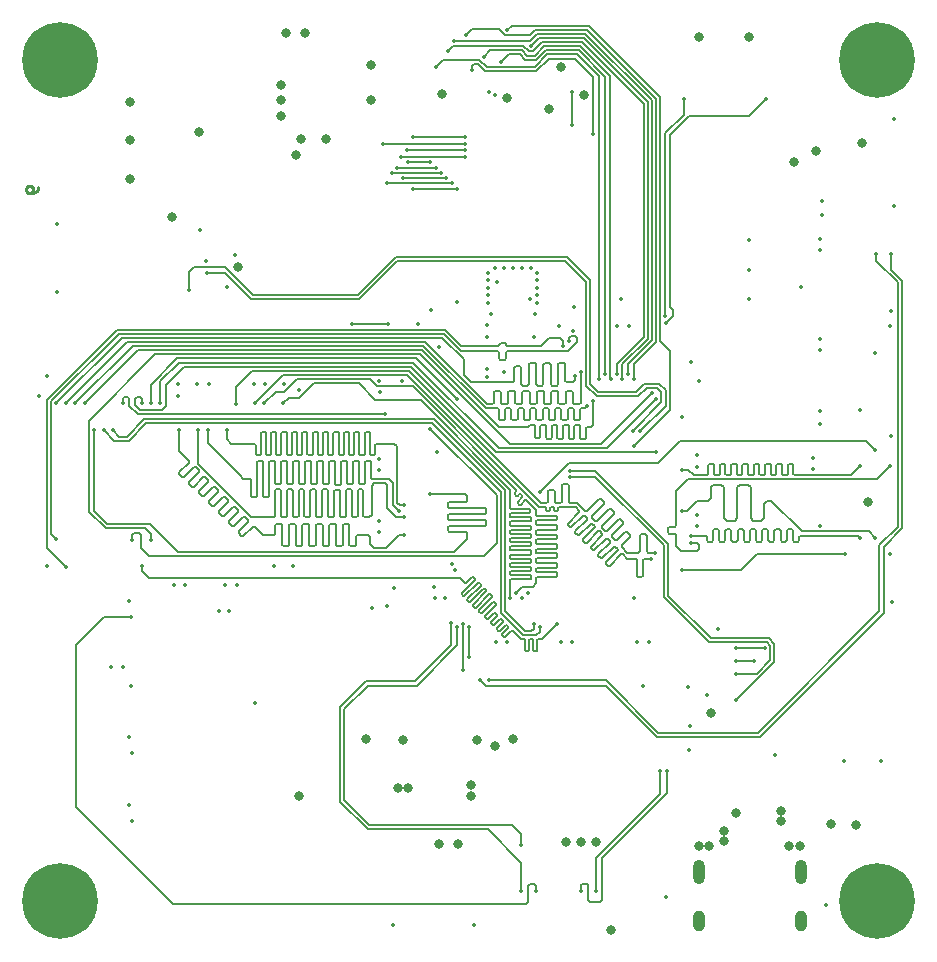
<source format=gbr>
%TF.GenerationSoftware,KiCad,Pcbnew,8.0.1*%
%TF.CreationDate,2024-05-16T14:55:53+07:00*%
%TF.ProjectId,H743_LCD_dev,48373433-5f4c-4434-945f-6465762e6b69,rev?*%
%TF.SameCoordinates,Original*%
%TF.FileFunction,Copper,L6,Bot*%
%TF.FilePolarity,Positive*%
%FSLAX46Y46*%
G04 Gerber Fmt 4.6, Leading zero omitted, Abs format (unit mm)*
G04 Created by KiCad (PCBNEW 8.0.1) date 2024-05-16 14:55:53*
%MOMM*%
%LPD*%
G01*
G04 APERTURE LIST*
%ADD10C,0.250000*%
%TA.AperFunction,NonConductor*%
%ADD11C,0.250000*%
%TD*%
%TA.AperFunction,ComponentPad*%
%ADD12C,0.800000*%
%TD*%
%TA.AperFunction,ComponentPad*%
%ADD13C,6.400000*%
%TD*%
%TA.AperFunction,ComponentPad*%
%ADD14O,1.000000X2.100000*%
%TD*%
%TA.AperFunction,ComponentPad*%
%ADD15O,1.000000X1.800000*%
%TD*%
%TA.AperFunction,ViaPad*%
%ADD16C,0.800000*%
%TD*%
%TA.AperFunction,ViaPad*%
%ADD17C,0.350000*%
%TD*%
%TA.AperFunction,Conductor*%
%ADD18C,0.150000*%
%TD*%
G04 APERTURE END LIST*
D10*
D11*
X107713780Y-62491060D02*
X107713780Y-62681536D01*
X107713780Y-62681536D02*
X107666161Y-62776774D01*
X107666161Y-62776774D02*
X107618542Y-62824393D01*
X107618542Y-62824393D02*
X107475685Y-62919631D01*
X107475685Y-62919631D02*
X107285209Y-62967250D01*
X107285209Y-62967250D02*
X106904257Y-62967250D01*
X106904257Y-62967250D02*
X106809019Y-62919631D01*
X106809019Y-62919631D02*
X106761400Y-62872012D01*
X106761400Y-62872012D02*
X106713780Y-62776774D01*
X106713780Y-62776774D02*
X106713780Y-62586298D01*
X106713780Y-62586298D02*
X106761400Y-62491060D01*
X106761400Y-62491060D02*
X106809019Y-62443441D01*
X106809019Y-62443441D02*
X106904257Y-62395822D01*
X106904257Y-62395822D02*
X107142352Y-62395822D01*
X107142352Y-62395822D02*
X107237590Y-62443441D01*
X107237590Y-62443441D02*
X107285209Y-62491060D01*
X107285209Y-62491060D02*
X107332828Y-62586298D01*
X107332828Y-62586298D02*
X107332828Y-62776774D01*
X107332828Y-62776774D02*
X107285209Y-62872012D01*
X107285209Y-62872012D02*
X107237590Y-62919631D01*
X107237590Y-62919631D02*
X107142352Y-62967250D01*
D12*
%TO.P,H3,1,1*%
%TO.N,GND*%
X181197300Y-122941100D03*
X180494356Y-124638156D03*
X180494356Y-121244044D03*
X178797300Y-125341100D03*
D13*
X178797300Y-122941100D03*
D12*
X178797300Y-120541100D03*
X177100244Y-124638156D03*
X177100244Y-121244044D03*
X176397300Y-122941100D03*
%TD*%
%TO.P,H4,1,1*%
%TO.N,GND*%
X111997300Y-122941100D03*
X111294356Y-124638156D03*
X111294356Y-121244044D03*
X109597300Y-125341100D03*
D13*
X109597300Y-122941100D03*
D12*
X109597300Y-120541100D03*
X107900244Y-124638156D03*
X107900244Y-121244044D03*
X107197300Y-122941100D03*
%TD*%
D14*
%TO.P,J4,S1,SHIELD*%
%TO.N,/MCU/SHIELD*%
X163651700Y-120426900D03*
D15*
X163651700Y-124626900D03*
D14*
X172291700Y-120426900D03*
D15*
X172291700Y-124626900D03*
%TD*%
D12*
%TO.P,H1,1,1*%
%TO.N,GND*%
X111997300Y-51741100D03*
X111294356Y-53438156D03*
X111294356Y-50044044D03*
X109597300Y-54141100D03*
D13*
X109597300Y-51741100D03*
D12*
X109597300Y-49341100D03*
X107900244Y-53438156D03*
X107900244Y-50044044D03*
X107197300Y-51741100D03*
%TD*%
%TO.P,H2,1,1*%
%TO.N,GND*%
X181197300Y-51741100D03*
X180494356Y-53438156D03*
X180494356Y-50044044D03*
X178797300Y-54141100D03*
D13*
X178797300Y-51741100D03*
D12*
X178797300Y-49341100D03*
X177100244Y-53438156D03*
X177100244Y-50044044D03*
X176397300Y-51741100D03*
%TD*%
D16*
%TO.N,GND*%
X177497800Y-58775600D03*
%TO.N,+3V3*%
X173634400Y-59416150D03*
%TO.N,VBAT*%
X171754800Y-60366150D03*
%TO.N,GND*%
X143260100Y-118084600D03*
%TO.N,+3V3*%
X141710100Y-118084600D03*
D17*
%TO.N,/LCD/LCD_G7*%
X158177801Y-84366799D03*
%TO.N,/MCU/I2S_SDO*%
X158115000Y-83134200D03*
%TO.N,/MCU/I2S_CK*%
X158704924Y-83141322D03*
%TO.N,/LCD/LCD_B7*%
X144447300Y-52578000D03*
X154717588Y-58007412D03*
D16*
%TO.N,VDD*%
X128295400Y-56438800D03*
X128295400Y-55118000D03*
X128295400Y-53797200D03*
%TO.N,/LCD/LCD_BLK*%
X132080000Y-58420000D03*
D17*
%TO.N,GND*%
X129286000Y-94538800D03*
X144602200Y-124942600D03*
X123596400Y-96164400D03*
X165277800Y-99923600D03*
D16*
X115493800Y-58521600D03*
D17*
X145846800Y-71005700D03*
X157734000Y-74193400D03*
X149783800Y-73202800D03*
D16*
X129819400Y-113995200D03*
D17*
X136626600Y-85471000D03*
X121945400Y-68725900D03*
X180213000Y-56692800D03*
X174421800Y-123240800D03*
D16*
X176987200Y-116459000D03*
D17*
X179891000Y-93573600D03*
D16*
X174904400Y-116408200D03*
D17*
X146481800Y-101015800D03*
X128574800Y-79171800D03*
X147967700Y-69342000D03*
X126009400Y-79171800D03*
X145846800Y-71647050D03*
D16*
X172213500Y-118289300D03*
D17*
X150012400Y-72288400D03*
X149377400Y-71932800D03*
X147199350Y-69342000D03*
X160909000Y-122580400D03*
X146558000Y-70510400D03*
D16*
X153913085Y-54634000D03*
D17*
X173964600Y-67767200D03*
D16*
X177986000Y-89140400D03*
D17*
X157099000Y-71958200D03*
X180060600Y-97561400D03*
X145846800Y-72288400D03*
X136626600Y-90703400D03*
D16*
X121325600Y-57842600D03*
D17*
X179959000Y-72974200D03*
X163550600Y-91160600D03*
X146431000Y-69342000D03*
X145846800Y-69723000D03*
X180187600Y-64084200D03*
D16*
X129987000Y-58426800D03*
D17*
X153136600Y-72618600D03*
X108483400Y-78486000D03*
X115392200Y-97510600D03*
X146100800Y-73202800D03*
X109296200Y-65582800D03*
D16*
X115519200Y-61747400D03*
X128752600Y-49453800D03*
D17*
X173964600Y-76276200D03*
D16*
X153695400Y-117932200D03*
X152425400Y-117932200D03*
X146439600Y-109760000D03*
D17*
X158953200Y-104673400D03*
D16*
X150947300Y-55878600D03*
D17*
X121208800Y-79171800D03*
D16*
X147447000Y-54938800D03*
D17*
X121412000Y-66116200D03*
D16*
X138667200Y-109302800D03*
D17*
X175971200Y-111074200D03*
X153035000Y-74650600D03*
D16*
X135947300Y-52119400D03*
X167944800Y-49784000D03*
D17*
X114960400Y-103098600D03*
X136626600Y-78892400D03*
D16*
X166854100Y-115495300D03*
D17*
X137795000Y-124942600D03*
X150012400Y-70364350D03*
X172288200Y-70916800D03*
X150012400Y-69723000D03*
X108483400Y-94589600D03*
X127685800Y-94538800D03*
X137312400Y-97942400D03*
X119557800Y-79171800D03*
D16*
X135466800Y-109175800D03*
X130352800Y-49453800D03*
D17*
X148736050Y-69342000D03*
X150012400Y-71005700D03*
D16*
X144890200Y-109252000D03*
D17*
X150012400Y-71647050D03*
X163042600Y-77317600D03*
X149504400Y-69342000D03*
D16*
X164542700Y-118289300D03*
D17*
X170154600Y-110566200D03*
X179120800Y-111099600D03*
X173355000Y-86360000D03*
X151968200Y-101015800D03*
X179908200Y-83515200D03*
X136017000Y-98145600D03*
D16*
X156235400Y-125399800D03*
D17*
X158470600Y-100990400D03*
X126085600Y-106146600D03*
X109296200Y-71323200D03*
X115392200Y-109042200D03*
X163550600Y-86156800D03*
X145846800Y-70364350D03*
D16*
X141947300Y-54608600D03*
D17*
X115392200Y-114782600D03*
X145770600Y-74168000D03*
X162737800Y-104775000D03*
D16*
X115519200Y-55295800D03*
D17*
X140970000Y-72898000D03*
D16*
X163679100Y-118289300D03*
X171349900Y-118289300D03*
X147963600Y-109226600D03*
D17*
X119202200Y-96189800D03*
D16*
X164668200Y-106975000D03*
X163703000Y-49784000D03*
D17*
X123748800Y-70942200D03*
%TO.N,Net-(C34-Pad1)*%
X141224000Y-96316800D03*
X158216600Y-97256600D03*
D16*
%TO.N,VDD*%
X144373600Y-114020600D03*
X124637800Y-69215000D03*
X119049800Y-65024000D03*
X144373600Y-113131600D03*
%TO.N,+3V3*%
X135940800Y-55065800D03*
D17*
X143230600Y-72212200D03*
D16*
X129529800Y-59747600D03*
D17*
X139928600Y-74084400D03*
X107848400Y-80137000D03*
X173355000Y-85394800D03*
X113893600Y-103098600D03*
X173964600Y-66827400D03*
X122174000Y-79171800D03*
D16*
X151968955Y-52271498D03*
D17*
X126974600Y-79171800D03*
X136626600Y-86436200D03*
X136652000Y-79857600D03*
X167894000Y-71983600D03*
D16*
X154965400Y-117932200D03*
D17*
X174066200Y-63627000D03*
X145745200Y-75130600D03*
X167894000Y-69469000D03*
X173964600Y-75311000D03*
X120167400Y-96164400D03*
X124561600Y-96164400D03*
X163703000Y-78917800D03*
X162890200Y-108077000D03*
X164338000Y-105435400D03*
D16*
X138176000Y-113334800D03*
D17*
X173913800Y-91173400D03*
X136626600Y-91668600D03*
D16*
X139090400Y-113334800D03*
D17*
X147421600Y-101015800D03*
X174066200Y-64846200D03*
X167894000Y-66954400D03*
X129859626Y-79642399D03*
X119557800Y-80137000D03*
X163550600Y-85191600D03*
X137871200Y-96424400D03*
X173939200Y-81457800D03*
X163550600Y-90195400D03*
X162864800Y-110134400D03*
X159435800Y-101015800D03*
X152933400Y-101015800D03*
X151815800Y-74269600D03*
%TO.N,/LCD/LCD_SPI_DAT*%
X138447300Y-59916209D03*
X143897300Y-59916209D03*
%TO.N,/MCU/PC0*%
X143194900Y-80410000D03*
X117287100Y-80791000D03*
%TO.N,/LCD/LCD_SPI_CLK*%
X143897300Y-59366206D03*
X138947300Y-59366206D03*
%TO.N,/LCD/LCD_TP_RST*%
X152947300Y-54405400D03*
X152947300Y-57187073D03*
%TO.N,/LCD/LCD_SPI_CS*%
X139447300Y-58266200D03*
X143897300Y-58266200D03*
%TO.N,/LCD/LCD_R4*%
X138597300Y-61716209D03*
X142297300Y-61716209D03*
%TO.N,/LCD/LCD_R5*%
X149447300Y-50533600D03*
X157203800Y-78689200D03*
%TO.N,/LCD/LCD_RESET*%
X143897300Y-58816203D03*
X136947300Y-58816203D03*
%TO.N,/MCU/I2S_WS*%
X137334073Y-74085202D03*
X134289800Y-74084400D03*
%TO.N,/MCU/PC4*%
X114887100Y-80791000D03*
X137073500Y-81674400D03*
%TO.N,/MCU/PC5*%
X115687100Y-92322600D03*
X140908900Y-82924400D03*
%TO.N,/LCD/LCD_G4*%
X145947300Y-54405400D03*
X142774900Y-94424400D03*
%TO.N,/LCD/LCD_G7*%
X147447300Y-49183600D03*
%TO.N,/LCD/LCD_R6*%
X142747300Y-62166209D03*
X137247300Y-62166209D03*
%TO.N,/MCU/I2S_SDO*%
X122047000Y-69725900D03*
%TO.N,/IO/STEMMA_SDA*%
X178686000Y-68173600D03*
X145923000Y-104216200D03*
%TO.N,/IO/STEMMA_SCL*%
X179956000Y-68173600D03*
X145110200Y-104216200D03*
%TO.N,/MCU/PG4*%
X149703800Y-99460000D03*
X114087100Y-83077000D03*
%TO.N,/MCU/PG5*%
X113287100Y-83077000D03*
X150203800Y-99739400D03*
%TO.N,/MCU/PG8*%
X151703800Y-99460000D03*
X116487100Y-94583200D03*
%TO.N,/LCD/LCD_B6*%
X143947300Y-49633600D03*
X158203800Y-78689200D03*
%TO.N,/LCD/HSYNC*%
X155203800Y-78689200D03*
X141447300Y-52322600D03*
%TO.N,/LCD/LCD_B4*%
X142947300Y-50083600D03*
X157703800Y-78282800D03*
%TO.N,/LCD/LCD_G5*%
X142991557Y-94924400D03*
X146447300Y-54710200D03*
%TO.N,/LCD/LCD_B3*%
X156703800Y-78282800D03*
X142447300Y-50983600D03*
%TO.N,/MCU/I2S_SD_MODE*%
X124409200Y-68224400D03*
X141478000Y-84874400D03*
%TO.N,/MCU/I2S_CK*%
X120548400Y-71221600D03*
%TO.N,/MCU/PG15*%
X160009700Y-84924400D03*
X116487100Y-80791000D03*
%TO.N,/MCU/PE0*%
X118087100Y-80791000D03*
X160009700Y-80424400D03*
%TO.N,/MCU/PE1*%
X117287100Y-92322600D03*
X159704900Y-79924400D03*
%TO.N,/LCD/VSYNC*%
X139047300Y-60366209D03*
X140947300Y-60366209D03*
%TO.N,/LCD/LCD_G2*%
X138150600Y-60816209D03*
X141397300Y-60816209D03*
%TO.N,/LCD/LCD_G6*%
X146947300Y-51872600D03*
X155703800Y-78282800D03*
%TO.N,/LCD/LCD_G3*%
X156203800Y-78689200D03*
X145447300Y-51433600D03*
%TO.N,/LCD/LCD_R7*%
X139497300Y-62616209D03*
X143197300Y-62616209D03*
%TO.N,/LCD/LCD_R3*%
X141847300Y-61266209D03*
X137697300Y-61266209D03*
D16*
%TO.N,VBUS*%
X170638700Y-116155700D03*
X170638700Y-115292100D03*
X165812700Y-117832100D03*
X165812700Y-116968500D03*
D17*
%TO.N,/MCU/~{SPI_CS}*%
X141351000Y-97256600D03*
X173939200Y-82499200D03*
%TO.N,/MCU/SPI_CLK*%
X178621000Y-76479400D03*
X142203800Y-97256563D03*
%TO.N,/MCU/SPI_MOSI*%
X145703800Y-78536800D03*
X179891000Y-74193400D03*
%TO.N,/MCU/SPI_MISO*%
X177351000Y-81356200D03*
X145703800Y-77901800D03*
%TO.N,/LCD/LCD_BLK*%
X149703800Y-75184000D03*
%TO.N,/MCU/BOOT0*%
X115620800Y-104698800D03*
X162255200Y-81924400D03*
%TO.N,/MCU/BTN0*%
X115646200Y-110413800D03*
X148703800Y-97224800D03*
%TO.N,/MCU/SD_DAT2*%
X166827200Y-101473000D03*
X169269400Y-101473000D03*
%TO.N,/MCU/BTN1*%
X149203800Y-96843800D03*
X115646200Y-116179600D03*
%TO.N,/IO/NRST*%
X149885400Y-122072400D03*
X115570000Y-98907600D03*
X147218400Y-78105000D03*
%TO.N,/IO/SWCLK*%
X160976403Y-111887000D03*
X153695400Y-122072400D03*
%TO.N,/IO/SWDIO*%
X160426400Y-111887000D03*
X154965400Y-122072400D03*
%TO.N,/MCU/SDRAM_ADD10*%
X112487100Y-83077000D03*
X140908900Y-88424400D03*
%TO.N,/MCU/SDRAM_DQ4*%
X138673700Y-89424400D03*
X123687100Y-83077000D03*
%TO.N,/MCU/SDRAM_DQ2*%
X126087100Y-80791000D03*
X159603300Y-93924400D03*
%TO.N,/MCU/SDRAM_DQ13*%
X143702900Y-103320800D03*
X143703800Y-99460000D03*
%TO.N,/MCU/SDRAM_DQ6*%
X138673700Y-90424400D03*
X121287100Y-83077000D03*
%TO.N,/MCU/SDRAM_ADD0*%
X111687100Y-80791000D03*
X154703800Y-80548793D03*
%TO.N,/MCU/SDRAM_DQ0*%
X147703800Y-97224800D03*
X128487100Y-80791000D03*
%TO.N,/MCU/SDRAM_ADD3*%
X109287100Y-80791000D03*
X153202500Y-78454200D03*
%TO.N,/MCU/SDRAM_DQ5*%
X138318100Y-89924400D03*
X122087100Y-83077000D03*
%TO.N,/MCU/SDRAM_DQ7*%
X119687100Y-83077000D03*
X138673700Y-91924400D03*
%TO.N,/MCU/SDRAM_DQ1*%
X148203800Y-96843800D03*
X126887100Y-80791000D03*
%TO.N,/MCU/SDRAM_DQ3*%
X159984300Y-93424400D03*
X124487100Y-80816400D03*
%TO.N,/MCU/SDRAM_DQ14*%
X144203800Y-99739400D03*
X144203800Y-102216198D03*
%TO.N,/MCU/SDRAM_ADD5*%
X110098700Y-94659400D03*
X152203800Y-75888800D03*
%TO.N,/MCU/SDRAM_ADD2*%
X153685100Y-78124000D03*
X110087100Y-80791000D03*
%TO.N,/MCU/SDRAM_ADD1*%
X154203800Y-81044093D03*
X110887100Y-80791000D03*
%TO.N,/MCU/SDRAM_ADD4*%
X109285900Y-92297200D03*
X152703800Y-75507800D03*
%TO.N,/MCU/SD_DAT3*%
X166827200Y-102575000D03*
X168369400Y-102575000D03*
%TO.N,/MCU/SD_CLK*%
X152753800Y-86470402D03*
X166852600Y-105875000D03*
%TO.N,/MCU/SD_CMD*%
X166827200Y-103675000D03*
X152753800Y-87020400D03*
%TO.N,/MCU/~{NOR_CS}*%
X162229800Y-94919800D03*
X176081000Y-93573600D03*
%TO.N,/MCU/NOR_D3*%
X162229800Y-86424400D03*
X177351000Y-86080600D03*
%TO.N,/MCU/NOR_D2*%
X162229800Y-89916000D03*
X178621000Y-92176600D03*
%TO.N,/MCU/NOR_CLK*%
X178621000Y-84734400D03*
X150241000Y-88252200D03*
%TO.N,/MCU/NOR_D0*%
X163017200Y-92633800D03*
X179891000Y-86080600D03*
%TO.N,/MCU/NOR_D1*%
X177351000Y-92176600D03*
X163042600Y-91973400D03*
%TO.N,/MCU/LED_0*%
X169353866Y-54991000D03*
X160877786Y-73984386D03*
%TO.N,/MCU/LED_1*%
X162382200Y-54991000D03*
X160851000Y-73355200D03*
%TO.N,VBAT*%
X156768800Y-74193400D03*
%TO.N,/IO/USART1_RX*%
X143205200Y-99745800D03*
X148615400Y-118160800D03*
%TO.N,/IO/USART1_TX*%
X142706617Y-99415412D03*
X148615400Y-122047000D03*
%TO.N,/IO/USART2_RX*%
X123063000Y-98374200D03*
X138582400Y-78899400D03*
%TO.N,/IO/USART2_TX*%
X141706600Y-75971400D03*
X123875800Y-98374200D03*
%TD*%
D18*
%TO.N,/MCU/NOR_D1*%
X164979335Y-91453420D02*
X164875335Y-91557420D01*
X165291335Y-91453420D02*
X164979335Y-91453420D01*
X165395335Y-91557420D02*
X165291335Y-91453420D01*
X165499335Y-92493380D02*
X165395335Y-92389380D01*
X165811335Y-92493380D02*
X165499335Y-92493380D01*
X168099335Y-91453420D02*
X167995335Y-91557420D01*
X165915335Y-91557420D02*
X165915335Y-92389380D01*
X166019335Y-91453420D02*
X165915335Y-91557420D01*
X166331335Y-91453420D02*
X166019335Y-91453420D01*
X166435335Y-92389380D02*
X166435335Y-91557420D01*
X166955335Y-91557420D02*
X166955335Y-92389380D01*
X172155335Y-92077400D02*
X172155335Y-92389380D01*
X167475335Y-92389380D02*
X167475335Y-91557420D01*
X167995335Y-92389380D02*
X167891335Y-92493380D01*
X167891335Y-92493380D02*
X167579335Y-92493380D01*
X167475335Y-91557420D02*
X167371335Y-91453420D01*
X168515335Y-91557420D02*
X168411335Y-91453420D01*
X168411335Y-91453420D02*
X168099335Y-91453420D01*
X168619335Y-92493380D02*
X168515335Y-92389380D01*
X171115335Y-92389380D02*
X171011335Y-92493380D01*
X166435335Y-91557420D02*
X166331335Y-91453420D01*
X169971335Y-92493380D02*
X169659335Y-92493380D01*
X165395335Y-92389380D02*
X165395335Y-91557420D01*
X171115335Y-91557420D02*
X171115335Y-92389380D01*
X171011335Y-92493380D02*
X170699335Y-92493380D01*
X171635335Y-91557420D02*
X171531335Y-91453420D01*
X170491335Y-91453420D02*
X170179335Y-91453420D01*
X166851335Y-92493380D02*
X166539335Y-92493380D01*
X171635335Y-92389380D02*
X171635335Y-91557420D01*
X168931335Y-92493380D02*
X168619335Y-92493380D01*
X177351000Y-92176600D02*
X177147800Y-91973400D01*
X164875335Y-92389400D02*
X164771335Y-92493400D01*
X171739335Y-92493380D02*
X171635335Y-92389380D01*
X170075335Y-91557420D02*
X170075335Y-92389380D01*
X168515335Y-92389380D02*
X168515335Y-91557420D01*
X171531335Y-91453420D02*
X171219335Y-91453420D01*
X177147800Y-91973400D02*
X172259335Y-91973400D01*
X169035335Y-92389380D02*
X168931335Y-92493380D01*
X165915335Y-92389380D02*
X165811335Y-92493380D01*
X169035335Y-91557420D02*
X169035335Y-92389380D01*
X169555335Y-91557420D02*
X169451335Y-91453420D01*
X171219335Y-91453420D02*
X171115335Y-91557420D01*
X167579335Y-92493380D02*
X167475335Y-92389380D01*
X172259335Y-91973400D02*
X172155335Y-92077400D01*
X167995335Y-91557420D02*
X167995335Y-92389380D01*
X172051335Y-92493380D02*
X171739335Y-92493380D01*
X167059335Y-91453420D02*
X166955335Y-91557420D01*
X170179335Y-91453420D02*
X170075335Y-91557420D01*
X170699335Y-92493380D02*
X170595335Y-92389380D01*
X169555335Y-92389380D02*
X169555335Y-91557420D01*
X170595335Y-92389380D02*
X170595335Y-91557420D01*
X170595335Y-91557420D02*
X170491335Y-91453420D01*
X172155335Y-92389380D02*
X172051335Y-92493380D01*
X169139335Y-91453420D02*
X169035335Y-91557420D01*
X167371335Y-91453420D02*
X167059335Y-91453420D01*
X169659335Y-92493380D02*
X169555335Y-92389380D01*
X166955335Y-92389380D02*
X166851335Y-92493380D01*
X170075335Y-92389380D02*
X169971335Y-92493380D01*
X166539335Y-92493380D02*
X166435335Y-92389380D01*
X169451335Y-91453420D02*
X169139335Y-91453420D01*
X164355335Y-92389400D02*
X164355335Y-92077400D01*
X164875335Y-91557420D02*
X164875335Y-92389400D01*
X164771335Y-92493400D02*
X164459335Y-92493400D01*
X164459335Y-92493400D02*
X164355335Y-92389400D01*
X164355335Y-92077400D02*
X164251335Y-91973400D01*
X164251335Y-91973400D02*
X163550600Y-91973400D01*
X163550600Y-91973400D02*
X163042600Y-91973400D01*
%TO.N,/MCU/NOR_D2*%
X164683114Y-87882963D02*
X164683114Y-88826400D01*
X163525200Y-89052400D02*
X163137721Y-89439879D01*
X167847114Y-87656963D02*
X167169114Y-87656963D01*
X169203114Y-90521843D02*
X168977114Y-90747843D01*
X168073114Y-87882963D02*
X167847114Y-87656963D01*
X168073114Y-90521843D02*
X168073114Y-87882963D01*
X164683114Y-88826400D02*
X164457114Y-89052400D01*
X168299114Y-90747843D02*
X168073114Y-90521843D01*
X169203114Y-89278400D02*
X169203114Y-90521843D01*
X164457114Y-89052400D02*
X163525200Y-89052400D01*
X162661600Y-89916000D02*
X162229800Y-89916000D01*
X167169114Y-87656963D02*
X166943114Y-87882963D01*
X169429114Y-89052400D02*
X169203114Y-89278400D01*
X165587114Y-87656963D02*
X164909114Y-87656963D01*
X168977114Y-90747843D02*
X168299114Y-90747843D01*
X169799000Y-89052400D02*
X169429114Y-89052400D01*
X164909114Y-87656963D02*
X164683114Y-87882963D01*
X172370000Y-91623400D02*
X169799000Y-89052400D01*
X163137721Y-89439879D02*
X162661600Y-89916000D01*
X178067800Y-91623400D02*
X172370000Y-91623400D01*
X178621000Y-92176600D02*
X178067800Y-91623400D01*
X166943114Y-90521843D02*
X166717114Y-90747843D01*
X166943114Y-87882963D02*
X166943114Y-90521843D01*
X166717114Y-90747843D02*
X166039114Y-90747843D01*
X166039114Y-90747843D02*
X165813114Y-90521843D01*
X165813114Y-90521843D02*
X165813114Y-87882963D01*
X165813114Y-87882963D02*
X165587114Y-87656963D01*
%TO.N,/MCU/NOR_D3*%
X165347487Y-86873600D02*
X165059487Y-86873600D01*
X165827487Y-85919220D02*
X165539487Y-85919220D01*
X171203487Y-86015220D02*
X171203487Y-86777600D01*
X165923487Y-86777600D02*
X165923487Y-86015220D01*
X166019487Y-86873600D02*
X165923487Y-86777600D01*
X169283487Y-86777600D02*
X169187487Y-86873600D01*
X167363487Y-86777600D02*
X167267487Y-86873600D01*
X166883487Y-86777600D02*
X166883487Y-86015220D01*
X166307487Y-86873600D02*
X166019487Y-86873600D01*
X171683487Y-86015220D02*
X171587487Y-85919220D01*
X167267487Y-86873600D02*
X166979487Y-86873600D01*
X166403487Y-86777600D02*
X166307487Y-86873600D01*
X171779487Y-86873600D02*
X171683487Y-86777600D01*
X167363487Y-86015220D02*
X167363487Y-86777600D01*
X166499487Y-85919220D02*
X166403487Y-86015220D01*
X167843487Y-86777600D02*
X167843487Y-86015220D01*
X176558000Y-86873600D02*
X171779487Y-86873600D01*
X167939487Y-86873600D02*
X167843487Y-86777600D01*
X167459487Y-85919220D02*
X167363487Y-86015220D01*
X165539487Y-85919220D02*
X165443487Y-86015220D01*
X168227487Y-86873600D02*
X167939487Y-86873600D01*
X168419487Y-85919220D02*
X168323487Y-86015220D01*
X167843487Y-86015220D02*
X167747487Y-85919220D01*
X168323487Y-86777600D02*
X168227487Y-86873600D01*
X169379487Y-85919207D02*
X169283487Y-86015207D01*
X169859487Y-86873600D02*
X169763487Y-86777600D01*
X165923487Y-86015220D02*
X165827487Y-85919220D01*
X168707487Y-85919220D02*
X168419487Y-85919220D01*
X170723487Y-86015220D02*
X170627487Y-85919220D01*
X168803487Y-86015220D02*
X168707487Y-85919220D01*
X171587487Y-85919220D02*
X171299487Y-85919220D01*
X177351000Y-86080600D02*
X176558000Y-86873600D01*
X170819487Y-86873600D02*
X170723487Y-86777600D01*
X166979487Y-86873600D02*
X166883487Y-86777600D01*
X171107487Y-86873600D02*
X170819487Y-86873600D01*
X166403487Y-86015220D02*
X166403487Y-86777600D01*
X170243487Y-86777600D02*
X170147487Y-86873600D01*
X169763487Y-86777600D02*
X169763487Y-86015207D01*
X167747487Y-85919220D02*
X167459487Y-85919220D01*
X171683487Y-86777600D02*
X171683487Y-86015220D01*
X170147487Y-86873600D02*
X169859487Y-86873600D01*
X165059487Y-86873600D02*
X164963487Y-86777600D01*
X169667487Y-85919207D02*
X169379487Y-85919207D01*
X166787487Y-85919220D02*
X166499487Y-85919220D01*
X171203487Y-86777600D02*
X171107487Y-86873600D01*
X170627487Y-85919220D02*
X170339487Y-85919220D01*
X170723487Y-86777600D02*
X170723487Y-86015220D01*
X171299487Y-85919220D02*
X171203487Y-86015220D01*
X170339487Y-85919220D02*
X170243487Y-86015220D01*
X170243487Y-86015220D02*
X170243487Y-86777600D01*
X165443487Y-86777600D02*
X165347487Y-86873600D01*
X169763487Y-86015207D02*
X169667487Y-85919207D01*
X165443487Y-86015220D02*
X165443487Y-86777600D01*
X166883487Y-86015220D02*
X166787487Y-85919220D01*
X169283487Y-86015207D02*
X169283487Y-86777600D01*
X162776800Y-86424400D02*
X162229800Y-86424400D01*
X168323487Y-86015220D02*
X168323487Y-86777600D01*
X168899487Y-86873600D02*
X168803487Y-86777600D01*
X164579487Y-85919207D02*
X164483487Y-86015207D01*
X169187487Y-86873600D02*
X168899487Y-86873600D01*
X168803487Y-86777600D02*
X168803487Y-86015220D01*
X164963487Y-86777600D02*
X164963487Y-86015207D01*
X164963487Y-86015207D02*
X164867487Y-85919207D01*
X164867487Y-85919207D02*
X164579487Y-85919207D01*
X164483487Y-86015207D02*
X164483487Y-86777600D01*
X164483487Y-86777600D02*
X164387487Y-86873600D01*
X164387487Y-86873600D02*
X164090285Y-86873600D01*
X164090285Y-86873600D02*
X163226000Y-86873600D01*
X163226000Y-86873600D02*
X162776800Y-86424400D01*
%TO.N,/MCU/NOR_D0*%
X161149093Y-91230371D02*
X161659800Y-91230371D01*
X161029093Y-91350371D02*
X161149093Y-91230371D01*
X161779800Y-91950371D02*
X161659800Y-91830371D01*
X161779800Y-92869600D02*
X161779800Y-91950371D01*
X162179000Y-93268800D02*
X161779800Y-92869600D01*
X161149093Y-91830371D02*
X161029093Y-91710371D01*
X163017200Y-92633800D02*
X163499800Y-92633800D01*
X163499800Y-93268800D02*
X162179000Y-93268800D01*
X163677600Y-93091000D02*
X163499800Y-93268800D01*
X161659800Y-91830371D02*
X161149093Y-91830371D01*
X163677600Y-92811600D02*
X163677600Y-93091000D01*
X163499800Y-92633800D02*
X163677600Y-92811600D01*
X161029093Y-91710371D02*
X161029093Y-91350371D01*
X161659800Y-91230371D02*
X161779800Y-91110371D01*
X161779800Y-91110371D02*
X161779800Y-90547347D01*
X161779800Y-90547347D02*
X161779800Y-88207000D01*
X161779800Y-88207000D02*
X162763200Y-87223600D01*
X162763200Y-87223600D02*
X178748000Y-87223600D01*
X178748000Y-87223600D02*
X179891000Y-86080600D01*
%TO.N,/MCU/PG8*%
X149650350Y-100846000D02*
X149650350Y-101706000D01*
X149580350Y-100776000D02*
X149650350Y-100846000D01*
X149370350Y-100776000D02*
X149580350Y-100776000D01*
X149300350Y-100846000D02*
X149370350Y-100776000D01*
X149020350Y-101776000D02*
X149230350Y-101776000D01*
X149300350Y-101706000D02*
X149300350Y-100846000D01*
X150387800Y-100776000D02*
X151703800Y-99460000D01*
X148950350Y-100846000D02*
X148950350Y-101706000D01*
X149230350Y-101776000D02*
X149300350Y-101706000D01*
X148880350Y-100776000D02*
X148950350Y-100846000D01*
X149650350Y-101706000D02*
X149720350Y-101776000D01*
X148950350Y-101706000D02*
X149020350Y-101776000D01*
X148249032Y-100382407D02*
X148642625Y-100776000D01*
X148642625Y-100776000D02*
X148880350Y-100776000D01*
X149720350Y-101776000D02*
X149930350Y-101776000D01*
X150355106Y-100776000D02*
X150387800Y-100776000D01*
X149930350Y-101776000D02*
X150000350Y-101706000D01*
X150000350Y-101706000D02*
X150000350Y-100846000D01*
X150000350Y-100846000D02*
X150070350Y-100776000D01*
X150070350Y-100776000D02*
X150355106Y-100776000D01*
X146553934Y-99800874D02*
X146553934Y-99899869D01*
X147061220Y-99293589D02*
X146553934Y-99800874D01*
X147061220Y-99194595D02*
X147061220Y-99293589D01*
X146813732Y-99046101D02*
X146912727Y-99046101D01*
X146306447Y-99553387D02*
X146813732Y-99046101D01*
X145069014Y-98414949D02*
X145217506Y-98563441D01*
X145192630Y-96212454D02*
X144079077Y-97326003D01*
X146417753Y-98551127D02*
X146566246Y-98699621D01*
X145811465Y-99058421D02*
X146318758Y-98551127D01*
X145563978Y-98909929D02*
X145712470Y-99058421D01*
X146352280Y-97626655D02*
X146500772Y-97775147D01*
X144574042Y-97820982D02*
X144574042Y-97919977D01*
X145217506Y-98563441D02*
X145316501Y-98563441D01*
X146207452Y-99553387D02*
X146306447Y-99553387D01*
X145069014Y-98315954D02*
X145069014Y-98414949D01*
X145712470Y-99058421D02*
X145811465Y-99058421D01*
X146182581Y-97202391D02*
X145069014Y-98315954D01*
X146182580Y-97103395D02*
X146182581Y-97202391D01*
X146058960Y-99305900D02*
X146058960Y-99404895D01*
X144821529Y-98068469D02*
X145935092Y-96954902D01*
X147048908Y-100295848D02*
X147048908Y-100394843D01*
X146500772Y-97775147D02*
X146500773Y-97874143D01*
X143584105Y-96831031D02*
X143584105Y-96930026D01*
X144549164Y-95469995D02*
X144697656Y-95618487D01*
X143843898Y-95977273D02*
X143942892Y-95977273D01*
X146566246Y-98699621D02*
X146566246Y-98798615D01*
X144945141Y-95964965D02*
X145044137Y-95964966D01*
X146318758Y-98551127D02*
X146417753Y-98551127D01*
X146500773Y-97874143D02*
X145563978Y-98810934D01*
X145192629Y-96113458D02*
X145192630Y-96212454D01*
X145687602Y-96707426D02*
X144574042Y-97820982D01*
X143732597Y-97078518D02*
X143831592Y-97078518D01*
X117083700Y-95573800D02*
X143440426Y-95573800D01*
X144079077Y-97326003D02*
X144079077Y-97424998D01*
X144697657Y-95717483D02*
X143584105Y-96831031D01*
X146034088Y-96954903D02*
X146182580Y-97103395D01*
X146253284Y-97626654D02*
X146352280Y-97626655D01*
X143440426Y-95573800D02*
X143843898Y-95977273D01*
X145316501Y-98563441D02*
X146253284Y-97626654D01*
X144697656Y-95618487D02*
X144697657Y-95717483D01*
X145440113Y-96459937D02*
X145539109Y-96459938D01*
X144227569Y-97573490D02*
X144326564Y-97573490D01*
X146566246Y-98798615D02*
X146058960Y-99305900D01*
X143942892Y-95977273D02*
X144450170Y-95469996D01*
X146801421Y-100048361D02*
X147308706Y-99541075D01*
X144326564Y-97573490D02*
X145440113Y-96459937D01*
X146912727Y-99046101D02*
X147061220Y-99194595D01*
X144722534Y-98068469D02*
X144821529Y-98068469D01*
X116487100Y-94583200D02*
X116487100Y-94977200D01*
X145935092Y-96954902D02*
X146034088Y-96954903D01*
X143831592Y-97078518D02*
X144945141Y-95964965D01*
X145687601Y-96608430D02*
X145687602Y-96707426D01*
X144574042Y-97919977D02*
X144722534Y-98068469D01*
X145563978Y-98810934D02*
X145563978Y-98909929D01*
X144079077Y-97424998D02*
X144227569Y-97573490D01*
X116487100Y-94977200D02*
X117083700Y-95573800D01*
X143584105Y-96930026D02*
X143732597Y-97078518D01*
X147048908Y-100394843D02*
X147197400Y-100543335D01*
X145539109Y-96459938D02*
X145687601Y-96608430D01*
X146058960Y-99404895D02*
X146207452Y-99553387D01*
X144450170Y-95469996D02*
X144549164Y-95469995D01*
X145044137Y-95964966D02*
X145192629Y-96113458D01*
X146553934Y-99899869D02*
X146702426Y-100048361D01*
X146702426Y-100048361D02*
X146801421Y-100048361D01*
X147308706Y-99541075D02*
X147407701Y-99541075D01*
X147407701Y-99541075D02*
X147556194Y-99689569D01*
X147556194Y-99689569D02*
X147556194Y-99788563D01*
X147556194Y-99788563D02*
X147048908Y-100295848D01*
X147197400Y-100543335D02*
X147296395Y-100543335D01*
X147296395Y-100543335D02*
X147803680Y-100036049D01*
X147803680Y-100036049D02*
X147902675Y-100036049D01*
X147902675Y-100036049D02*
X148249032Y-100382407D01*
%TO.N,/MCU/PG5*%
X150203800Y-99739400D02*
X150203800Y-100113200D01*
X150203800Y-100113200D02*
X149891000Y-100426000D01*
X146903800Y-98542200D02*
X146903800Y-88282903D01*
X149891000Y-100426000D02*
X148787600Y-100426000D01*
X148787600Y-100426000D02*
X146903800Y-98542200D01*
X146903800Y-88282903D02*
X141095297Y-82474400D01*
X114151500Y-83941400D02*
X113287100Y-83077000D01*
X141095297Y-82474400D02*
X116864800Y-82474400D01*
X116864800Y-82474400D02*
X115397800Y-83941400D01*
X115397800Y-83941400D02*
X114151500Y-83941400D01*
%TO.N,/MCU/PG4*%
X149703800Y-99460000D02*
X149703800Y-99851200D01*
X149703800Y-99851200D02*
X149479000Y-100076000D01*
X149479000Y-100076000D02*
X148932574Y-100076000D01*
X148932574Y-100076000D02*
X147253800Y-98397226D01*
X147253800Y-98397226D02*
X147253800Y-88137928D01*
X147253800Y-88137928D02*
X141240271Y-82124400D01*
X116719826Y-82124400D02*
X115252826Y-83591400D01*
X141240271Y-82124400D02*
X116719826Y-82124400D01*
X115252826Y-83591400D02*
X114601500Y-83591400D01*
X114601500Y-83591400D02*
X114087100Y-83077000D01*
%TO.N,/MCU/SDRAM_ADD4*%
X147351772Y-76491400D02*
X147471772Y-76371400D01*
X147351772Y-76965641D02*
X147351772Y-76491400D01*
X146871772Y-77085641D02*
X147231772Y-77085641D01*
X147231772Y-77085641D02*
X147351772Y-76965641D01*
X146751772Y-76965641D02*
X146871772Y-77085641D01*
X146751772Y-76491400D02*
X146751772Y-76965641D01*
X143566774Y-76371400D02*
X146631772Y-76371400D01*
X146631772Y-76371400D02*
X146751772Y-76491400D01*
X142079774Y-74884400D02*
X143566774Y-76371400D01*
X153026339Y-75954661D02*
X153365200Y-75615800D01*
X108837100Y-80604603D02*
X114557303Y-74884400D01*
X114557303Y-74884400D02*
X142079774Y-74884400D01*
X153365200Y-75615800D02*
X153365200Y-75234800D01*
X108837100Y-91848400D02*
X108837100Y-80604603D01*
X147471772Y-76371400D02*
X152609600Y-76371400D01*
X109285900Y-92297200D02*
X108837100Y-91848400D01*
X152609600Y-76371400D02*
X153026339Y-75954661D01*
X152839000Y-75100600D02*
X152703800Y-75235800D01*
X153365200Y-75234800D02*
X153231000Y-75100600D01*
X153231000Y-75100600D02*
X152839000Y-75100600D01*
X152703800Y-75235800D02*
X152703800Y-75507800D01*
%TO.N,/MCU/SDRAM_ADD5*%
X147437156Y-75888800D02*
X148521612Y-75888800D01*
X146685000Y-75888800D02*
X146897156Y-75676644D01*
X151003000Y-75234800D02*
X151942800Y-75234800D01*
X150349000Y-75888800D02*
X151003000Y-75234800D01*
X148521612Y-75888800D02*
X150349000Y-75888800D01*
X147225000Y-75676644D02*
X147437156Y-75888800D01*
X143579148Y-75888800D02*
X146685000Y-75888800D01*
X114412328Y-74534400D02*
X142224748Y-74534400D01*
X142224748Y-74534400D02*
X143579148Y-75888800D01*
X108487100Y-80459629D02*
X114412328Y-74534400D01*
X146897156Y-75676644D02*
X147225000Y-75676644D01*
X108487100Y-93047800D02*
X108487100Y-80459629D01*
X110098700Y-94659400D02*
X108487100Y-93047800D01*
X151942800Y-75234800D02*
X152203800Y-75495800D01*
X152203800Y-75495800D02*
X152203800Y-75888800D01*
%TO.N,/MCU/SDRAM_ADD10*%
X142514347Y-89143104D02*
X143933100Y-89143104D01*
X142514347Y-89643104D02*
X142414347Y-89543104D01*
X145551853Y-89643104D02*
X142514347Y-89643104D01*
X145651853Y-89743104D02*
X145551853Y-89643104D01*
X145551853Y-90143104D02*
X145651853Y-90043104D01*
X145551853Y-90643104D02*
X142514334Y-90643104D01*
X142414347Y-91243104D02*
X142514347Y-91143104D01*
X145651853Y-91043104D02*
X145651853Y-90743104D01*
X143933100Y-91643104D02*
X142514347Y-91643104D01*
X142414347Y-89243104D02*
X142514347Y-89143104D01*
X142514347Y-91143104D02*
X145551853Y-91143104D01*
X145551853Y-91143104D02*
X145651853Y-91043104D01*
X142414334Y-90543104D02*
X142414334Y-90243104D01*
X112487100Y-83077000D02*
X112487100Y-89898026D01*
X112487100Y-89898026D02*
X113602874Y-91013800D01*
X142414334Y-90243104D02*
X142514334Y-90143104D01*
X113602874Y-91013800D02*
X117175800Y-91013800D01*
X117175800Y-91013800D02*
X119538000Y-93376000D01*
X119538000Y-93376000D02*
X142954300Y-93376000D01*
X142514334Y-90643104D02*
X142414334Y-90543104D01*
X142414347Y-91543104D02*
X142414347Y-91243104D01*
X144033100Y-92297200D02*
X144033100Y-91743104D01*
X142954300Y-93376000D02*
X144033100Y-92297200D01*
X142514334Y-90143104D02*
X145551853Y-90143104D01*
X144033100Y-91743104D02*
X143933100Y-91643104D01*
X145651853Y-90743104D02*
X145551853Y-90643104D01*
X142414347Y-89543104D02*
X142414347Y-89243104D01*
X145651853Y-90043104D02*
X145651853Y-89743104D01*
X142514347Y-91643104D02*
X142414347Y-91543104D01*
X143933100Y-89143104D02*
X144033100Y-89043104D01*
X144033100Y-89043104D02*
X144033100Y-88588800D01*
X144033100Y-88588800D02*
X143880719Y-88436419D01*
X143880719Y-88436419D02*
X143868700Y-88424400D01*
X143868700Y-88424400D02*
X140908900Y-88424400D01*
%TO.N,/MCU/PE1*%
X159704900Y-79924400D02*
X155404900Y-84224400D01*
X155404900Y-84224400D02*
X147645697Y-84224400D01*
X117658900Y-76634400D02*
X112037100Y-82256200D01*
X147645697Y-84224400D02*
X140055697Y-76634400D01*
X112037100Y-82256200D02*
X112037100Y-89943000D01*
X140055697Y-76634400D02*
X117658900Y-76634400D01*
X112037100Y-89943000D02*
X113457900Y-91363800D01*
X116789200Y-91363800D02*
X117287100Y-91861700D01*
X113457900Y-91363800D02*
X116789200Y-91363800D01*
X117287100Y-91861700D02*
X117287100Y-92322600D01*
%TO.N,/MCU/PC5*%
X140908900Y-82924400D02*
X146553800Y-88569300D01*
X116255800Y-91719400D02*
X115864900Y-91719400D01*
X146553800Y-88569300D02*
X146553800Y-92621300D01*
X116433600Y-91897200D02*
X116255800Y-91719400D01*
X146553800Y-92621300D02*
X145449100Y-93726000D01*
X145449100Y-93726000D02*
X117090500Y-93726000D01*
X116433600Y-93069100D02*
X116433600Y-91897200D01*
X117090500Y-93726000D02*
X116433600Y-93069100D01*
X115864900Y-91719400D02*
X115687100Y-91897200D01*
X115687100Y-91897200D02*
X115687100Y-92322600D01*
%TO.N,/MCU/SDRAM_DQ2*%
X152759219Y-91289650D02*
X152564057Y-91094488D01*
X155949624Y-92262698D02*
X155819516Y-92262698D01*
X153253479Y-89566553D02*
X152999300Y-89566553D01*
X153998007Y-90311081D02*
X153867899Y-90311081D01*
X153214596Y-91614919D02*
X154193167Y-90636349D01*
X153214596Y-91745027D02*
X153214596Y-91614919D01*
X153409758Y-91940189D02*
X153214596Y-91745027D01*
X154648546Y-90961620D02*
X154518438Y-90961620D01*
X154843706Y-91156780D02*
X154648546Y-90961620D01*
X153865135Y-92395566D02*
X153865135Y-92265458D01*
X157611326Y-93924400D02*
X157250702Y-93563776D01*
X152889327Y-91289650D02*
X152759219Y-91289650D01*
X155816745Y-94347193D02*
X155816745Y-94217085D01*
X154060297Y-92590728D02*
X153865135Y-92395566D01*
X153539866Y-91940189D02*
X153409758Y-91940189D01*
X154190405Y-92590728D02*
X154060297Y-92590728D01*
X155299085Y-91612159D02*
X155168977Y-91612159D01*
X153542628Y-89855702D02*
X153253479Y-89566553D01*
X154515674Y-93046105D02*
X154515674Y-92915997D01*
X156142013Y-94542354D02*
X156011907Y-94542355D01*
X152564057Y-90964380D02*
X153542628Y-89985810D01*
X154710836Y-93241267D02*
X154515674Y-93046105D01*
X154843706Y-91286888D02*
X154843706Y-91156780D01*
X155361375Y-93891806D02*
X155166213Y-93696644D01*
X155816745Y-94217085D02*
X156795323Y-93238504D01*
X154193167Y-90506241D02*
X153998007Y-90311081D01*
X158357433Y-93924400D02*
X157611326Y-93924400D01*
X158449433Y-94016400D02*
X158357433Y-93924400D01*
X156795323Y-93238504D02*
X156795324Y-93108398D01*
X156144784Y-92587966D02*
X156144784Y-92457858D01*
X153865135Y-92265458D02*
X154843706Y-91286888D01*
X155494245Y-91807319D02*
X155299085Y-91612159D01*
X157120594Y-93563776D02*
X156142013Y-94542354D01*
X158541433Y-95492308D02*
X158449433Y-95400308D01*
X154518438Y-90961620D02*
X153539866Y-91940189D01*
X154840944Y-93241267D02*
X154710836Y-93241267D01*
X154193167Y-90636349D02*
X154193167Y-90506241D01*
X156011907Y-94542355D02*
X155816745Y-94347193D01*
X156600163Y-92913237D02*
X156470055Y-92913237D01*
X158817433Y-95492308D02*
X158541433Y-95492308D01*
X155168977Y-91612159D02*
X154190405Y-92590728D01*
X158449433Y-95400308D02*
X158449433Y-94016400D01*
X158909433Y-95400308D02*
X158817433Y-95492308D01*
X158909433Y-94016400D02*
X158909433Y-95400308D01*
X159001433Y-93924400D02*
X158909433Y-94016400D01*
X153542628Y-89985810D02*
X153542628Y-89855702D01*
X157250702Y-93563776D02*
X157120594Y-93563776D01*
X155494245Y-91937427D02*
X155494245Y-91807319D01*
X154515674Y-92915997D02*
X155494245Y-91937427D01*
X159603300Y-93924400D02*
X159001433Y-93924400D01*
X155166213Y-93566536D02*
X156144784Y-92587966D01*
X155491483Y-93891806D02*
X155361375Y-93891806D01*
X153867899Y-90311081D02*
X152889327Y-91289650D01*
X156795324Y-93108398D02*
X156600163Y-92913237D01*
X156470055Y-92913237D02*
X155491483Y-93891806D01*
X152564057Y-91094488D02*
X152564057Y-90964380D01*
X155166213Y-93696644D02*
X155166213Y-93566536D01*
X155819516Y-92262698D02*
X154840944Y-93241267D01*
X152999300Y-89566553D02*
X152527000Y-89566553D01*
X156144784Y-92457858D02*
X155949624Y-92262698D01*
%TO.N,/MCU/SDRAM_DQ1*%
X149976440Y-90293542D02*
X149896440Y-90213542D01*
X149621100Y-96310400D02*
X149896440Y-96035060D01*
X151690064Y-91173542D02*
X151610064Y-91093542D01*
X151610064Y-91893542D02*
X149976440Y-91893542D01*
X149976440Y-90693542D02*
X151610077Y-90693542D01*
X149896440Y-90773542D02*
X149976440Y-90693542D01*
X151610064Y-91093542D02*
X149976440Y-91093542D01*
X151610077Y-90293542D02*
X149976440Y-90293542D01*
X149976440Y-91093542D02*
X149896440Y-91013542D01*
X151610064Y-91493542D02*
X151690064Y-91413542D01*
X149896440Y-96035060D02*
X149896440Y-95573542D01*
X151690077Y-90613542D02*
X151690077Y-90373542D01*
X149976440Y-91493542D02*
X151610064Y-91493542D01*
X149976440Y-93493542D02*
X149896440Y-93413542D01*
X151610077Y-90693542D02*
X151690077Y-90613542D01*
X149896440Y-91813542D02*
X149896440Y-91573542D01*
X151610077Y-93493542D02*
X149976440Y-93493542D01*
X151690064Y-92213542D02*
X151690064Y-91973542D01*
X151690064Y-91413542D02*
X151690064Y-91173542D01*
X149976440Y-92293542D02*
X151610064Y-92293542D01*
X149896440Y-92373542D02*
X149976440Y-92293542D01*
X151610077Y-93893542D02*
X151690077Y-93813542D01*
X149896440Y-92613542D02*
X149896440Y-92373542D01*
X149896440Y-89858800D02*
X149896440Y-89790621D01*
X151610064Y-92693542D02*
X149976440Y-92693542D01*
X151690064Y-93013542D02*
X151690064Y-92773542D01*
X149896440Y-91573542D02*
X149976440Y-91493542D01*
X151690077Y-93813542D02*
X151690077Y-93573542D01*
X149976440Y-93893542D02*
X151610077Y-93893542D01*
X151610064Y-93093542D02*
X151690064Y-93013542D01*
X149976440Y-93093542D02*
X151610064Y-93093542D01*
X149976440Y-91893542D02*
X149896440Y-91813542D01*
X149896440Y-93413542D02*
X149896440Y-93173542D01*
X151690064Y-91973542D02*
X151610064Y-91893542D01*
X151610064Y-92293542D02*
X151690064Y-92213542D01*
X151690064Y-92773542D02*
X151610064Y-92693542D01*
X149976440Y-95493542D02*
X151610077Y-95493542D01*
X151690077Y-95413542D02*
X151690077Y-95173542D01*
X149896440Y-94773542D02*
X149976440Y-94693542D01*
X151610064Y-94293542D02*
X149976440Y-94293542D01*
X151690077Y-95173542D02*
X151610077Y-95093542D01*
X149976440Y-92693542D02*
X149896440Y-92613542D01*
X148203800Y-96843800D02*
X148737200Y-96310400D01*
X151690064Y-94373542D02*
X151610064Y-94293542D01*
X151610077Y-95493542D02*
X151690077Y-95413542D01*
X149896440Y-93973542D02*
X149976440Y-93893542D01*
X149976440Y-95093542D02*
X149896440Y-95013542D01*
X149896440Y-95013542D02*
X149896440Y-94773542D01*
X149896440Y-93173542D02*
X149976440Y-93093542D01*
X149896440Y-95573542D02*
X149976440Y-95493542D01*
X151690077Y-90373542D02*
X151610077Y-90293542D01*
X151610064Y-94693542D02*
X151690064Y-94613542D01*
X149896440Y-91013542D02*
X149896440Y-90773542D01*
X151690064Y-94613542D02*
X151690064Y-94373542D01*
X149976440Y-94293542D02*
X149896440Y-94213542D01*
X151610077Y-95093542D02*
X149976440Y-95093542D01*
X149896440Y-94213542D02*
X149896440Y-93973542D01*
X149976440Y-94693542D02*
X151610064Y-94693542D01*
X151690077Y-93573542D02*
X151610077Y-93493542D01*
X148737200Y-96310400D02*
X149621100Y-96310400D01*
X149896440Y-90213542D02*
X149896440Y-89858800D01*
X149896440Y-89790621D02*
X149466804Y-89360985D01*
%TO.N,/MCU/SDRAM_DQ0*%
X147703800Y-90854063D02*
X147773800Y-90784063D01*
X149386791Y-94984063D02*
X149456791Y-94914063D01*
X147773800Y-94634063D02*
X147703800Y-94564063D01*
X147703800Y-91064063D02*
X147703800Y-90854063D01*
X149386791Y-91484063D02*
X149456791Y-91414063D01*
X149386791Y-95684063D02*
X149456791Y-95614063D01*
X147773800Y-91484063D02*
X149386791Y-91484063D01*
X147773800Y-91834063D02*
X147703800Y-91764063D01*
X149386791Y-91134063D02*
X147773800Y-91134063D01*
X147703800Y-92254063D02*
X147773800Y-92184063D01*
X149456791Y-92114063D02*
X149456791Y-91904063D01*
X147703800Y-92464063D02*
X147703800Y-92254063D01*
X147703800Y-95054063D02*
X147773800Y-94984063D01*
X147773800Y-92534063D02*
X147703800Y-92464063D01*
X149386779Y-92534063D02*
X147773800Y-92534063D01*
X149456779Y-92604063D02*
X149386779Y-92534063D01*
X147703800Y-94564063D02*
X147703800Y-94354063D01*
X149456779Y-92814063D02*
X149456779Y-92604063D01*
X149456791Y-91904063D02*
X149386791Y-91834063D01*
X149386779Y-92884063D02*
X149456779Y-92814063D01*
X149386791Y-93234063D02*
X147773800Y-93234063D01*
X131054022Y-79084400D02*
X129823622Y-80314800D01*
X147773800Y-92884063D02*
X149386779Y-92884063D01*
X147703800Y-92954063D02*
X147773800Y-92884063D01*
X147773800Y-92184063D02*
X149386791Y-92184063D01*
X147703800Y-95754063D02*
X147773800Y-95684063D01*
X147703800Y-93164063D02*
X147703800Y-92954063D01*
X149286795Y-90084063D02*
X149356795Y-90014063D01*
X147773800Y-90784063D02*
X149386791Y-90784063D01*
X147703800Y-95264063D02*
X147703800Y-95054063D01*
X147773800Y-95684063D02*
X149386791Y-95684063D01*
X147773800Y-95334063D02*
X147703800Y-95264063D01*
X147703800Y-91554063D02*
X147773800Y-91484063D01*
X147773800Y-94284063D02*
X149386791Y-94284063D01*
X149386791Y-94284063D02*
X149456791Y-94214063D01*
X136296400Y-80518000D02*
X134862800Y-79084400D01*
X147773800Y-93934063D02*
X147703800Y-93864063D01*
X149456791Y-93304063D02*
X149386791Y-93234063D01*
X149456791Y-95404063D02*
X149386791Y-95334063D01*
X149456791Y-93514063D02*
X149456791Y-93304063D01*
X149386791Y-93584063D02*
X149456791Y-93514063D01*
X147703800Y-91764063D02*
X147703800Y-91554063D01*
X149386791Y-92184063D02*
X149456791Y-92114063D01*
X147773800Y-94984063D02*
X149386791Y-94984063D01*
X149456791Y-94914063D02*
X149456791Y-94704063D01*
X149456791Y-94704063D02*
X149386791Y-94634063D01*
X147773800Y-91134063D02*
X147703800Y-91064063D01*
X149386791Y-95334063D02*
X147773800Y-95334063D01*
X147703800Y-97224800D02*
X147703800Y-95754063D01*
X147703800Y-94354063D02*
X147773800Y-94284063D01*
X149456791Y-91204063D02*
X149386791Y-91134063D01*
X147773800Y-93234063D02*
X147703800Y-93164063D01*
X149386791Y-94634063D02*
X147773800Y-94634063D01*
X149386791Y-91834063D02*
X147773800Y-91834063D01*
X149456791Y-94214063D02*
X149456791Y-94004063D01*
X149386791Y-93934063D02*
X147773800Y-93934063D01*
X149456791Y-94004063D02*
X149386791Y-93934063D01*
X149456791Y-91414063D02*
X149456791Y-91204063D01*
X147703800Y-93864063D02*
X147703800Y-93654063D01*
X147703800Y-93654063D02*
X147773800Y-93584063D01*
X149456791Y-95614063D02*
X149456791Y-95404063D01*
X147773800Y-93584063D02*
X149386791Y-93584063D01*
X149386791Y-90784063D02*
X149456791Y-90714063D01*
X149456791Y-90714063D02*
X149456791Y-90504063D01*
X149456791Y-90504063D02*
X149386791Y-90434063D01*
X149386791Y-90434063D02*
X147773800Y-90434063D01*
X147773800Y-90434063D02*
X147703800Y-90364063D01*
X147703800Y-90364063D02*
X147703800Y-90154063D01*
X147703800Y-88092955D02*
X140128845Y-80518000D01*
X147703800Y-90154063D02*
X147773800Y-90084063D01*
X147773800Y-90084063D02*
X149286795Y-90084063D01*
X149356795Y-90014063D02*
X149356795Y-89804063D01*
X147703800Y-88887977D02*
X147703800Y-88092955D01*
X149356795Y-89804063D02*
X149286795Y-89734063D01*
X149286795Y-89734063D02*
X147773800Y-89734063D01*
X147773800Y-89734063D02*
X147703800Y-89664063D01*
X147703800Y-89664063D02*
X147703800Y-88887977D01*
X140128845Y-80518000D02*
X136296400Y-80518000D01*
X134862800Y-79084400D02*
X131054022Y-79084400D01*
X129823622Y-80314800D02*
X128963300Y-80314800D01*
X128963300Y-80314800D02*
X128487100Y-80791000D01*
%TO.N,/MCU/SDRAM_DQ1*%
X126887100Y-80791000D02*
X127845900Y-79832200D01*
X135832203Y-78734400D02*
X136447203Y-79349400D01*
X127845900Y-79832200D02*
X128550797Y-79832200D01*
X128550797Y-79832200D02*
X129648597Y-78734400D01*
X129648597Y-78734400D02*
X135832203Y-78734400D01*
X136447203Y-79349400D02*
X139455219Y-79349400D01*
X139455219Y-79349400D02*
X148232380Y-88126561D01*
%TO.N,/MCU/SDRAM_DQ2*%
X126087100Y-80791000D02*
X128493700Y-78384400D01*
X128493700Y-78384400D02*
X138985194Y-78384400D01*
X138985194Y-78384400D02*
X150167347Y-89566553D01*
X150167347Y-89566553D02*
X150647400Y-89566553D01*
%TO.N,/MCU/PG15*%
X160009700Y-84924400D02*
X146515141Y-84924400D01*
X118190097Y-81324400D02*
X116325600Y-81324400D01*
X146515141Y-84924400D02*
X139275142Y-77684400D01*
X139275142Y-77684400D02*
X120105400Y-77684400D01*
X115925600Y-80391000D02*
X116078000Y-80238600D01*
X116487100Y-80393700D02*
X116487100Y-80791000D01*
X120105400Y-77684400D02*
X118537100Y-79252700D01*
X116325600Y-81324400D02*
X115925600Y-80924400D01*
X118537100Y-79252700D02*
X118537100Y-80977397D01*
X118537100Y-80977397D02*
X118190097Y-81324400D01*
X115925600Y-80924400D02*
X115925600Y-80391000D01*
X116078000Y-80238600D02*
X116332000Y-80238600D01*
X116332000Y-80238600D02*
X116487100Y-80393700D01*
%TO.N,/MCU/PC4*%
X137073500Y-81674400D02*
X116167600Y-81674400D01*
X115468400Y-80391000D02*
X115341400Y-80264000D01*
X116167600Y-81674400D02*
X115468400Y-80975200D01*
X115036600Y-80264000D02*
X114887100Y-80413500D01*
X115468400Y-80975200D02*
X115468400Y-80391000D01*
X115341400Y-80264000D02*
X115036600Y-80264000D01*
X114887100Y-80413500D02*
X114887100Y-80791000D01*
%TO.N,/MCU/I2S_CK*%
X120548400Y-69697600D02*
X120548400Y-71221600D01*
X120970100Y-69275900D02*
X120548400Y-69697600D01*
X158704924Y-83141322D02*
X160852600Y-80993646D01*
X154485100Y-70360300D02*
X152481800Y-68357000D01*
X160852600Y-79687226D02*
X160289774Y-79124400D01*
X158338000Y-79837800D02*
X155161174Y-79837800D01*
X155161174Y-79837800D02*
X154485100Y-79161726D01*
X134779826Y-71582800D02*
X125900374Y-71582800D01*
X152481800Y-68357000D02*
X138005625Y-68357000D01*
X160289774Y-79124400D02*
X159051400Y-79124400D01*
X159051400Y-79124400D02*
X158338000Y-79837800D01*
X123593474Y-69275900D02*
X120970100Y-69275900D01*
X160852600Y-80993646D02*
X160852600Y-79687226D01*
X154485100Y-79161726D02*
X154485100Y-70360300D01*
X138005625Y-68357000D02*
X134779826Y-71582800D01*
X125900374Y-71582800D02*
X123593474Y-69275900D01*
%TO.N,/LCD/LCD_G7*%
X158177801Y-84366799D02*
X161202600Y-81342000D01*
X161202600Y-81342000D02*
X161202600Y-76341200D01*
X161202600Y-76341200D02*
X160401000Y-75539600D01*
X160401000Y-75539600D02*
X160401000Y-54837200D01*
X154360298Y-48796498D02*
X147834402Y-48796498D01*
X160401000Y-54837200D02*
X154360298Y-48796498D01*
X147834402Y-48796498D02*
X147447300Y-49183600D01*
%TO.N,/LCD/LCD_B3*%
X156703800Y-78282800D02*
X156703800Y-77458800D01*
X156703800Y-77458800D02*
X159001000Y-75161600D01*
X149633696Y-50983600D02*
X149260903Y-50983600D01*
X159001000Y-75161600D02*
X159001000Y-55417096D01*
X150420795Y-50196498D02*
X149633696Y-50983600D01*
X159001000Y-55417096D02*
X153780402Y-50196498D01*
X142897300Y-50533600D02*
X142447300Y-50983600D01*
X153780402Y-50196498D02*
X150420795Y-50196498D01*
X149260903Y-50983600D02*
X148810903Y-50533600D01*
X148810903Y-50533600D02*
X142897300Y-50533600D01*
%TO.N,/LCD/LCD_R5*%
X157203800Y-78689200D02*
X157203800Y-77453774D01*
X157203800Y-77453774D02*
X159351000Y-75306574D01*
X159351000Y-75306574D02*
X159351000Y-55272122D01*
X153925376Y-49846498D02*
X150134402Y-49846498D01*
X159351000Y-55272122D02*
X153925376Y-49846498D01*
X150134402Y-49846498D02*
X149447300Y-50533600D01*
%TO.N,/LCD/LCD_B4*%
X157703800Y-78282800D02*
X157703800Y-77448748D01*
X157703800Y-77448748D02*
X159701000Y-75451548D01*
X159701000Y-75451548D02*
X159701000Y-55127148D01*
X159701000Y-55127148D02*
X154070350Y-49496498D01*
X154070350Y-49496498D02*
X149989428Y-49496498D01*
X149989428Y-49496498D02*
X149402326Y-50083600D01*
X149402326Y-50083600D02*
X142947300Y-50083600D01*
%TO.N,/LCD/LCD_B6*%
X158203800Y-78689200D02*
X158203800Y-77443722D01*
X158203800Y-77443722D02*
X160051000Y-75596522D01*
X160051000Y-75596522D02*
X160051000Y-54982174D01*
X160051000Y-54982174D02*
X154215324Y-49146498D01*
X146749503Y-49122200D02*
X144458700Y-49122200D01*
X144458700Y-49122200D02*
X143947300Y-49633600D01*
X154215324Y-49146498D02*
X149844454Y-49146498D01*
X149844454Y-49146498D02*
X149357352Y-49633600D01*
X149357352Y-49633600D02*
X147260903Y-49633600D01*
X147260903Y-49633600D02*
X146749503Y-49122200D01*
%TO.N,/MCU/I2S_SDO*%
X158115000Y-83134200D02*
X158115000Y-83094849D01*
X158115000Y-83094849D02*
X160502600Y-80707249D01*
X160502600Y-80707249D02*
X160502600Y-79832200D01*
%TO.N,/LCD/LCD_B7*%
X154717588Y-58007412D02*
X154717588Y-53113580D01*
X154717588Y-53113580D02*
X153200506Y-51596498D01*
X145554930Y-52672600D02*
X144950930Y-52068600D01*
X144629000Y-52068600D02*
X144447300Y-52250300D01*
X153200506Y-51596498D02*
X151000695Y-51596498D01*
X151000695Y-51596498D02*
X149924593Y-52672600D01*
X149924593Y-52672600D02*
X145554930Y-52672600D01*
X144950930Y-52068600D02*
X144629000Y-52068600D01*
X144447300Y-52250300D02*
X144447300Y-52578000D01*
%TO.N,/LCD/LCD_SPI_DAT*%
X138447300Y-59916209D02*
X143897300Y-59916209D01*
%TO.N,/MCU/PC0*%
X119510000Y-76984400D02*
X117287100Y-79207300D01*
X143194900Y-80410000D02*
X139769300Y-76984400D01*
X117287100Y-79207300D02*
X117287100Y-80791000D01*
X139769300Y-76984400D02*
X119510000Y-76984400D01*
%TO.N,/LCD/LCD_SPI_CLK*%
X138947300Y-59366206D02*
X143897300Y-59366206D01*
%TO.N,/LCD/LCD_TP_RST*%
X152947300Y-57187073D02*
X152947300Y-54405400D01*
%TO.N,/LCD/LCD_SPI_CS*%
X143897300Y-58266200D02*
X139447300Y-58266200D01*
%TO.N,/LCD/LCD_R4*%
X142297300Y-61716209D02*
X138597300Y-61716209D01*
%TO.N,/LCD/LCD_RESET*%
X143897300Y-58816203D02*
X136947300Y-58816203D01*
%TO.N,/MCU/I2S_WS*%
X137334073Y-74085202D02*
X134290602Y-74085202D01*
X134290602Y-74085202D02*
X134289800Y-74084400D01*
%TO.N,/LCD/LCD_R6*%
X137247300Y-62166209D02*
X142747300Y-62166209D01*
%TO.N,/MCU/I2S_SDO*%
X152336826Y-68707000D02*
X154135100Y-70505274D01*
X122047000Y-69725900D02*
X123548500Y-69725900D01*
X134924800Y-71932800D02*
X138150600Y-68707000D01*
X158546800Y-80187800D02*
X159260200Y-79474400D01*
X138150600Y-68707000D02*
X152336826Y-68707000D01*
X154135100Y-70505274D02*
X154135100Y-79306700D01*
X154135100Y-79306700D02*
X155016200Y-80187800D01*
X155016200Y-80187800D02*
X158546800Y-80187800D01*
X160144800Y-79474400D02*
X160502600Y-79832200D01*
X125755400Y-71932800D02*
X134924800Y-71932800D01*
X123548500Y-69725900D02*
X125755400Y-71932800D01*
X159260200Y-79474400D02*
X160144800Y-79474400D01*
%TO.N,/IO/STEMMA_SDA*%
X155778200Y-104216200D02*
X160248600Y-108686600D01*
X160248600Y-108686600D02*
X168669026Y-108686600D01*
X180517800Y-91224426D02*
X180517800Y-70535800D01*
X145923000Y-104216200D02*
X155778200Y-104216200D01*
X180517800Y-70535800D02*
X178686000Y-68704000D01*
X168669026Y-108686600D02*
X178968400Y-98387226D01*
X178968400Y-92773826D02*
X180517800Y-91224426D01*
X178686000Y-68704000D02*
X178686000Y-68173600D01*
X178968400Y-98387226D02*
X178968400Y-92773826D01*
%TO.N,/IO/STEMMA_SCL*%
X145110200Y-104216200D02*
X145618200Y-104724200D01*
X179318400Y-92918800D02*
X180867800Y-91369400D01*
X180867800Y-70390826D02*
X179956000Y-69479026D01*
X145618200Y-104724200D02*
X155791226Y-104724200D01*
X155791226Y-104724200D02*
X160103626Y-109036600D01*
X179956000Y-69479026D02*
X179956000Y-68173600D01*
X179318400Y-98532200D02*
X179318400Y-92918800D01*
X168814000Y-109036600D02*
X179318400Y-98532200D01*
X180867800Y-91369400D02*
X180867800Y-70390826D01*
X160103626Y-109036600D02*
X168814000Y-109036600D01*
%TO.N,/LCD/HSYNC*%
X155203800Y-53104818D02*
X153345480Y-51246498D01*
X142051300Y-51718600D02*
X141447300Y-52322600D01*
X155203800Y-78689200D02*
X155203800Y-53104818D01*
X145699904Y-52322600D02*
X145095904Y-51718600D01*
X149779619Y-52322600D02*
X145699904Y-52322600D01*
X150855720Y-51246498D02*
X149779619Y-52322600D01*
X153345480Y-51246498D02*
X150855720Y-51246498D01*
X145095904Y-51718600D02*
X142051300Y-51718600D01*
%TO.N,/MCU/PE0*%
X146722903Y-84574400D02*
X139482903Y-77334400D01*
X155859700Y-84574400D02*
X146722903Y-84574400D01*
X118087100Y-78902274D02*
X118087100Y-80791000D01*
X139482903Y-77334400D02*
X119654974Y-77334400D01*
X160009700Y-80424400D02*
X155859700Y-84574400D01*
X119654974Y-77334400D02*
X118087100Y-78902274D01*
%TO.N,/LCD/VSYNC*%
X140947300Y-60366209D02*
X139047300Y-60366209D01*
%TO.N,/LCD/LCD_G2*%
X141397300Y-60816209D02*
X138150600Y-60816209D01*
%TO.N,/LCD/LCD_G6*%
X150710745Y-50896498D02*
X149923644Y-51683600D01*
X148970955Y-51683600D02*
X148520955Y-51233600D01*
X153490454Y-50896498D02*
X150710745Y-50896498D01*
X148520955Y-51233600D02*
X147586300Y-51233600D01*
X155703800Y-78282800D02*
X155703800Y-53109844D01*
X147586300Y-51233600D02*
X146947300Y-51872600D01*
X149923644Y-51683600D02*
X148970955Y-51683600D01*
X155703800Y-53109844D02*
X153490454Y-50896498D01*
%TO.N,/LCD/LCD_G3*%
X156190200Y-53101270D02*
X153635428Y-50546498D01*
X149115929Y-51333600D02*
X148665929Y-50883600D01*
X149778670Y-51333600D02*
X149115929Y-51333600D01*
X156203800Y-78689200D02*
X156190200Y-78675600D01*
X150565770Y-50546498D02*
X149778670Y-51333600D01*
X156190200Y-78675600D02*
X156190200Y-53101270D01*
X148665929Y-50883600D02*
X145997300Y-50883600D01*
X153635428Y-50546498D02*
X150565770Y-50546498D01*
X145997300Y-50883600D02*
X145447300Y-51433600D01*
%TO.N,/LCD/LCD_R7*%
X143197300Y-62616209D02*
X139497300Y-62616209D01*
%TO.N,/LCD/LCD_R3*%
X137697300Y-61266209D02*
X141847300Y-61266209D01*
%TO.N,/MCU/SD_DAT2*%
X169269400Y-101473000D02*
X166827200Y-101473000D01*
%TO.N,/IO/NRST*%
X149225000Y-122961400D02*
X149047200Y-123139200D01*
X110947200Y-114960400D02*
X110947200Y-101269800D01*
X119126000Y-123139200D02*
X110947200Y-114960400D01*
X149885400Y-122072400D02*
X149885400Y-121640600D01*
X149885400Y-121640600D02*
X149733000Y-121488200D01*
X113309400Y-98907600D02*
X115570000Y-98907600D01*
X110947200Y-101269800D02*
X113309400Y-98907600D01*
X149047200Y-123139200D02*
X119126000Y-123139200D01*
X149225000Y-121666000D02*
X149225000Y-122961400D01*
X149402800Y-121488200D02*
X149225000Y-121666000D01*
X149733000Y-121488200D02*
X149402800Y-121488200D01*
%TO.N,/IO/SWCLK*%
X154457400Y-122986800D02*
X155270200Y-122986800D01*
X155448000Y-122809000D02*
X155448000Y-119316174D01*
X155270200Y-122986800D02*
X155448000Y-122809000D01*
X155448000Y-119316174D02*
X160976403Y-113787771D01*
X154330400Y-122859800D02*
X154457400Y-122986800D01*
X153695400Y-122072400D02*
X153695400Y-121564400D01*
X154330400Y-121564400D02*
X154330400Y-122859800D01*
X160976403Y-113787771D02*
X160976403Y-111887000D01*
X154203400Y-121437400D02*
X154330400Y-121564400D01*
X153695400Y-121564400D02*
X153822400Y-121437400D01*
X153822400Y-121437400D02*
X154203400Y-121437400D01*
%TO.N,/IO/SWDIO*%
X160426400Y-113842800D02*
X160426400Y-111887000D01*
X154965400Y-122072400D02*
X154965400Y-119303800D01*
X154965400Y-119303800D02*
X160426400Y-113842800D01*
%TO.N,/MCU/SDRAM_DQ4*%
X134500298Y-83320528D02*
X134500298Y-85068672D01*
X127460298Y-83320528D02*
X127460298Y-85068672D01*
X127108298Y-85156672D02*
X127020298Y-85068672D01*
X129308298Y-83232528D02*
X129220298Y-83320528D01*
X128780298Y-85068660D02*
X128780298Y-83320528D01*
X135292298Y-85156660D02*
X135028298Y-85156660D01*
X131068298Y-83232528D02*
X130980298Y-83320528D01*
X134852298Y-83232528D02*
X134588298Y-83232528D01*
X133620298Y-85068672D02*
X133532298Y-85156672D01*
X130540298Y-85068660D02*
X130540298Y-83320528D01*
X135908298Y-85156660D02*
X135820298Y-85068660D01*
X128340298Y-83320528D02*
X128340298Y-85068672D01*
X126228298Y-85156684D02*
X126140298Y-85068684D01*
X127548298Y-83232528D02*
X127460298Y-83320528D01*
X134940298Y-85068660D02*
X134940298Y-83320528D01*
X127460298Y-85068672D02*
X127372298Y-85156672D01*
X132388298Y-85156672D02*
X132300298Y-85068672D01*
X131948298Y-83232528D02*
X131860298Y-83320528D01*
X131860298Y-85068672D02*
X131772298Y-85156672D01*
X126052298Y-84194600D02*
X125437160Y-84194600D01*
X127812298Y-83232528D02*
X127548298Y-83232528D01*
X133620298Y-83320528D02*
X133620298Y-85068672D01*
X132828298Y-83232540D02*
X132740298Y-83320540D01*
X131332298Y-83232528D02*
X131068298Y-83232528D01*
X127900298Y-83320528D02*
X127812298Y-83232528D01*
X130100298Y-83320528D02*
X130100298Y-85068672D01*
X130980298Y-85068660D02*
X130892298Y-85156660D01*
X128252298Y-85156672D02*
X127988298Y-85156672D01*
X137886300Y-84194600D02*
X136348298Y-84194600D01*
X129572298Y-83232528D02*
X129308298Y-83232528D01*
X129660298Y-85068672D02*
X129660298Y-83320528D01*
X130892298Y-85156660D02*
X130628298Y-85156660D01*
X130980298Y-83320528D02*
X130980298Y-85068660D01*
X136172298Y-85156660D02*
X135908298Y-85156660D01*
X136260298Y-84282600D02*
X136260298Y-85068660D01*
X138340900Y-89424400D02*
X138114900Y-89198400D01*
X135380298Y-85068660D02*
X135292298Y-85156660D01*
X130012298Y-85156672D02*
X129748298Y-85156672D01*
X129748298Y-85156672D02*
X129660298Y-85068672D01*
X134500298Y-85068672D02*
X134412298Y-85156672D01*
X133268298Y-85156672D02*
X133180298Y-85068672D01*
X134148298Y-85156672D02*
X134060298Y-85068672D01*
X135732298Y-83232540D02*
X135468298Y-83232540D01*
X136260298Y-85068660D02*
X136172298Y-85156660D01*
X133180298Y-85068672D02*
X133180298Y-83320540D01*
X133532298Y-85156672D02*
X133268298Y-85156672D01*
X135820298Y-83320540D02*
X135732298Y-83232540D01*
X138114900Y-89198400D02*
X138114900Y-84423200D01*
X131772298Y-85156672D02*
X131508298Y-85156672D01*
X133972298Y-83232528D02*
X133708298Y-83232528D01*
X138114900Y-84423200D02*
X137886300Y-84194600D01*
X129220298Y-83320528D02*
X129220298Y-85068660D01*
X126580298Y-83320540D02*
X126580298Y-85068684D01*
X128780298Y-83320528D02*
X128692298Y-83232528D01*
X130100298Y-85068672D02*
X130012298Y-85156672D01*
X127372298Y-85156672D02*
X127108298Y-85156672D01*
X126492298Y-85156684D02*
X126228298Y-85156684D01*
X126580298Y-85068684D02*
X126492298Y-85156684D01*
X128428298Y-83232528D02*
X128340298Y-83320528D01*
X128340298Y-85068672D02*
X128252298Y-85156672D01*
X130540298Y-83320528D02*
X130452298Y-83232528D01*
X126932298Y-83232540D02*
X126668298Y-83232540D01*
X125437160Y-84194600D02*
X124043300Y-84194600D01*
X134940298Y-83320528D02*
X134852298Y-83232528D01*
X134060298Y-85068672D02*
X134060298Y-83320528D01*
X126668298Y-83232540D02*
X126580298Y-83320540D01*
X129660298Y-83320528D02*
X129572298Y-83232528D01*
X131508298Y-85156672D02*
X131420298Y-85068672D01*
X132652298Y-85156672D02*
X132388298Y-85156672D01*
X134412298Y-85156672D02*
X134148298Y-85156672D01*
X131860298Y-83320528D02*
X131860298Y-85068672D01*
X130452298Y-83232528D02*
X130188298Y-83232528D01*
X132212298Y-83232528D02*
X131948298Y-83232528D01*
X135820298Y-85068660D02*
X135820298Y-83320540D01*
X132300298Y-83320528D02*
X132212298Y-83232528D01*
X132300298Y-85068672D02*
X132300298Y-83320528D01*
X136348298Y-84194600D02*
X136260298Y-84282600D01*
X134588298Y-83232528D02*
X134500298Y-83320528D01*
X129132298Y-85156660D02*
X128868298Y-85156660D01*
X134060298Y-83320528D02*
X133972298Y-83232528D01*
X127020298Y-83320540D02*
X126932298Y-83232540D01*
X133092298Y-83232540D02*
X132828298Y-83232540D01*
X123687100Y-83838400D02*
X123687100Y-83077000D01*
X129220298Y-85068660D02*
X129132298Y-85156660D01*
X127020298Y-85068672D02*
X127020298Y-83320540D01*
X130628298Y-85156660D02*
X130540298Y-85068660D01*
X135028298Y-85156660D02*
X134940298Y-85068660D01*
X127988298Y-85156672D02*
X127900298Y-85068672D01*
X138673700Y-89424400D02*
X138340900Y-89424400D01*
X133180298Y-83320540D02*
X133092298Y-83232540D01*
X128868298Y-85156660D02*
X128780298Y-85068660D01*
X130188298Y-83232528D02*
X130100298Y-83320528D01*
X132740298Y-83320540D02*
X132740298Y-85068672D01*
X126140298Y-85068684D02*
X126140298Y-84282600D01*
X131420298Y-85068672D02*
X131420298Y-83320528D01*
X132740298Y-85068672D02*
X132652298Y-85156672D01*
X124043300Y-84194600D02*
X123687100Y-83838400D01*
X131420298Y-83320528D02*
X131332298Y-83232528D01*
X126140298Y-84282600D02*
X126052298Y-84194600D01*
X135468298Y-83232540D02*
X135380298Y-83320540D01*
X127900298Y-85068672D02*
X127900298Y-83320528D01*
X133708298Y-83232528D02*
X133620298Y-83320528D01*
X128692298Y-83232528D02*
X128428298Y-83232528D01*
X135380298Y-83320540D02*
X135380298Y-85068660D01*
%TO.N,/MCU/SDRAM_DQ2*%
X151137400Y-89566553D02*
X151347400Y-89566553D01*
X151067400Y-89796553D02*
X151067400Y-89636553D01*
X151837400Y-89566553D02*
X152527000Y-89566553D01*
X151767400Y-89796553D02*
X151767400Y-89636553D01*
X150717400Y-89636553D02*
X150717400Y-89796553D01*
X150647400Y-89566553D02*
X150717400Y-89636553D01*
X151067400Y-89636553D02*
X151137400Y-89566553D01*
X151697400Y-89866553D02*
X151767400Y-89796553D01*
X151487400Y-89866553D02*
X151697400Y-89866553D01*
X151347400Y-89566553D02*
X151417400Y-89636553D01*
X150787400Y-89866553D02*
X150997400Y-89866553D01*
X150717400Y-89796553D02*
X150787400Y-89866553D01*
X150997400Y-89866553D02*
X151067400Y-89796553D01*
X151417400Y-89636553D02*
X151417400Y-89796553D01*
X151417400Y-89796553D02*
X151487400Y-89866553D01*
X151767400Y-89636553D02*
X151837400Y-89566553D01*
%TO.N,/MCU/SDRAM_DQ13*%
X143702900Y-103320800D02*
X143702900Y-99460900D01*
X143702900Y-99460900D02*
X143703800Y-99460000D01*
%TO.N,/MCU/SDRAM_DQ6*%
X129382972Y-90424400D02*
X129282972Y-90324400D01*
X135282972Y-88176664D02*
X135182972Y-88076664D01*
X132282972Y-90324400D02*
X132282972Y-88176664D01*
X133382972Y-90424400D02*
X133282972Y-90324400D01*
X134282972Y-88176664D02*
X134182972Y-88076664D01*
X129782972Y-90324400D02*
X129682972Y-90424400D01*
X128182972Y-88076645D02*
X127882972Y-88076645D01*
X130782972Y-88176664D02*
X130782972Y-90324400D01*
X137236200Y-87680800D02*
X137097200Y-87541800D01*
X130382972Y-90424400D02*
X130282972Y-90324400D01*
X131782972Y-90324400D02*
X131682972Y-90424400D01*
X132382972Y-90424400D02*
X132282972Y-90324400D01*
X127882972Y-88076645D02*
X127782972Y-88176645D01*
X138673700Y-90424400D02*
X138024000Y-90424400D01*
X129782972Y-88176664D02*
X129782972Y-90324400D01*
X129682972Y-90424400D02*
X129382972Y-90424400D01*
X132782972Y-90324400D02*
X132682972Y-90424400D01*
X128282972Y-90324400D02*
X128282972Y-88176645D01*
X121287100Y-85933548D02*
X121287100Y-83077000D01*
X132882972Y-88126668D02*
X132782972Y-88226668D01*
X130282972Y-90324400D02*
X130282972Y-88176664D01*
X130682972Y-90424400D02*
X130382972Y-90424400D01*
X131682972Y-90424400D02*
X131382972Y-90424400D01*
X133282972Y-88226668D02*
X133182972Y-88126668D01*
X134182972Y-88076664D02*
X133882972Y-88076664D01*
X129282972Y-90324400D02*
X129282972Y-88176664D01*
X132182972Y-88076664D02*
X131882972Y-88076664D01*
X130282972Y-88176664D02*
X130182972Y-88076664D01*
X136206800Y-87541800D02*
X135966200Y-87782400D01*
X134782972Y-90324400D02*
X134682972Y-90424400D01*
X132282972Y-88176664D02*
X132182972Y-88076664D01*
X128782972Y-88176664D02*
X128782972Y-90324400D01*
X135966200Y-90195400D02*
X135737200Y-90424400D01*
X134382972Y-90424400D02*
X134282972Y-90324400D01*
X126291484Y-90424400D02*
X125777952Y-90424400D01*
X130882972Y-88076664D02*
X130782972Y-88176664D01*
X127782972Y-90324400D02*
X127682972Y-90424400D01*
X134282972Y-90324400D02*
X134282972Y-88176664D01*
X135382972Y-90424400D02*
X135282972Y-90324400D01*
X134782972Y-88176664D02*
X134782972Y-90324400D01*
X132782972Y-88226668D02*
X132782972Y-90324400D01*
X130182972Y-88076664D02*
X129882972Y-88076664D01*
X133782972Y-90324400D02*
X133682972Y-90424400D01*
X131182972Y-88076664D02*
X130882972Y-88076664D01*
X135737200Y-90424400D02*
X135382972Y-90424400D01*
X128782972Y-90324400D02*
X128682972Y-90424400D01*
X128382972Y-90424400D02*
X128282972Y-90324400D01*
X133782972Y-88176664D02*
X133782972Y-90324400D01*
X135282972Y-90324400D02*
X135282972Y-88176664D01*
X128682972Y-90424400D02*
X128382972Y-90424400D01*
X125777952Y-90424400D02*
X121287100Y-85933548D01*
X130782972Y-90324400D02*
X130682972Y-90424400D01*
X134682972Y-90424400D02*
X134382972Y-90424400D01*
X135182972Y-88076664D02*
X134882972Y-88076664D01*
X131782972Y-88176664D02*
X131782972Y-90324400D01*
X133682972Y-90424400D02*
X133382972Y-90424400D01*
X137097200Y-87541800D02*
X136206800Y-87541800D01*
X134882972Y-88076664D02*
X134782972Y-88176664D01*
X133282972Y-90324400D02*
X133282972Y-88226668D01*
X127682972Y-90424400D02*
X126291484Y-90424400D01*
X129182972Y-88076664D02*
X128882972Y-88076664D01*
X127782972Y-88176645D02*
X127782972Y-90324400D01*
X132682972Y-90424400D02*
X132382972Y-90424400D01*
X135966200Y-87782400D02*
X135966200Y-90195400D01*
X131282972Y-90324400D02*
X131282972Y-88176664D01*
X128282972Y-88176645D02*
X128182972Y-88076645D01*
X128882972Y-88076664D02*
X128782972Y-88176664D01*
X129882972Y-88076664D02*
X129782972Y-88176664D01*
X129282972Y-88176664D02*
X129182972Y-88076664D01*
X131382972Y-90424400D02*
X131282972Y-90324400D01*
X133182972Y-88126668D02*
X132882972Y-88126668D01*
X131882972Y-88076664D02*
X131782972Y-88176664D01*
X138024000Y-90424400D02*
X137236200Y-89636600D01*
X131282972Y-88176664D02*
X131182972Y-88076664D01*
X133882972Y-88076664D02*
X133782972Y-88176664D01*
X137236200Y-89636600D02*
X137236200Y-87680800D01*
%TO.N,/MCU/SDRAM_ADD0*%
X151701578Y-82693600D02*
X151605578Y-82597600D01*
X150741578Y-83673108D02*
X150741578Y-82693600D01*
X147326376Y-82797600D02*
X146713871Y-82797600D01*
X154197578Y-82797600D02*
X154101578Y-82893600D01*
X153621578Y-82693600D02*
X153525578Y-82597600D01*
X151125578Y-83769108D02*
X150837578Y-83769108D01*
X154005578Y-83780228D02*
X153717578Y-83780228D01*
X152757578Y-83778055D02*
X152661578Y-83682055D01*
X152565578Y-82597600D02*
X152277578Y-82597600D01*
X152277578Y-82597600D02*
X152181578Y-82693600D01*
X150261578Y-82693600D02*
X150261578Y-83658850D01*
X149877578Y-83754850D02*
X149781578Y-83658850D01*
X150357578Y-82597600D02*
X150261578Y-82693600D01*
X154701100Y-80551493D02*
X154701100Y-82619800D01*
X149685578Y-82590350D02*
X149397578Y-82590350D01*
X150261578Y-83658850D02*
X150165578Y-83754850D01*
X153141578Y-83682055D02*
X153045578Y-83778055D01*
X153525578Y-82597600D02*
X153237578Y-82597600D01*
X153717578Y-83780228D02*
X153621578Y-83684228D01*
X153045578Y-83778055D02*
X152757578Y-83778055D01*
X152181578Y-83678796D02*
X152085578Y-83774796D01*
X154703800Y-80548793D02*
X154701100Y-80551493D01*
X146713871Y-82797600D02*
X140200671Y-76284400D01*
X149397578Y-82590350D02*
X149301578Y-82686350D01*
X149301578Y-82686350D02*
X149301578Y-82701600D01*
X152085578Y-83774796D02*
X151797578Y-83774796D01*
X151221578Y-83673108D02*
X151125578Y-83769108D01*
X140200671Y-76284400D02*
X116193700Y-76284400D01*
X150645578Y-82597600D02*
X150357578Y-82597600D01*
X152661578Y-82693600D02*
X152565578Y-82597600D01*
X152661578Y-83682055D02*
X152661578Y-82693600D01*
X149205578Y-82797600D02*
X147326376Y-82797600D01*
X154701100Y-82619800D02*
X154523300Y-82797600D01*
X154101578Y-83684228D02*
X154005578Y-83780228D01*
X151221578Y-82693600D02*
X151221578Y-83673108D01*
X150837578Y-83769108D02*
X150741578Y-83673108D01*
X150165578Y-83754850D02*
X149877578Y-83754850D01*
X150741578Y-82693600D02*
X150645578Y-82597600D01*
X151701578Y-83678796D02*
X151701578Y-82693600D01*
X149301578Y-82701600D02*
X149205578Y-82797600D01*
X149781578Y-83658850D02*
X149781578Y-82686350D01*
X116193700Y-76284400D02*
X111687100Y-80791000D01*
X154523300Y-82797600D02*
X154197578Y-82797600D01*
X153141578Y-82693600D02*
X153141578Y-83682055D01*
X154101578Y-82893600D02*
X154101578Y-83684228D01*
X153621578Y-83684228D02*
X153621578Y-82693600D01*
X151797578Y-83774796D02*
X151701578Y-83678796D01*
X151605578Y-82597600D02*
X151317578Y-82597600D01*
X153237578Y-82597600D02*
X153141578Y-82693600D01*
X151317578Y-82597600D02*
X151221578Y-82693600D01*
X152181578Y-82693600D02*
X152181578Y-83678796D01*
X149781578Y-82686350D02*
X149685578Y-82590350D01*
%TO.N,/MCU/SDRAM_ADD3*%
X151256278Y-79298575D02*
X151132278Y-79174575D01*
X151132278Y-79174575D02*
X151132278Y-77501421D01*
X148652278Y-77751422D02*
X148528278Y-77627422D01*
X152496278Y-79013000D02*
X152372278Y-78889000D01*
X149272278Y-79174575D02*
X149148278Y-79298575D01*
X150636278Y-77377421D02*
X150512278Y-77501421D01*
X148032278Y-77751422D02*
X148032278Y-78889000D01*
X153024700Y-79013000D02*
X152496278Y-79013000D01*
X150388278Y-79298575D02*
X150016278Y-79298575D01*
X148652278Y-79174575D02*
X148652278Y-77751422D01*
X145386001Y-79013000D02*
X144414193Y-79013000D01*
X153202500Y-78835200D02*
X153024700Y-79013000D01*
X148776278Y-79298575D02*
X148652278Y-79174575D01*
X148156278Y-77627422D02*
X148032278Y-77751422D01*
X114843700Y-75234400D02*
X109287100Y-80791000D01*
X152372278Y-77451420D02*
X152248278Y-77327420D01*
X151008278Y-77377421D02*
X150636278Y-77377421D01*
X151628278Y-79298575D02*
X151256278Y-79298575D01*
X148032278Y-78889000D02*
X147908278Y-79013000D01*
X148528278Y-77627422D02*
X148156278Y-77627422D01*
X147908278Y-79013000D02*
X145386001Y-79013000D01*
X149148278Y-79298575D02*
X148776278Y-79298575D01*
X149396278Y-77327420D02*
X149272278Y-77451420D01*
X151752278Y-77451420D02*
X151752278Y-79174575D01*
X150512278Y-77501421D02*
X150512278Y-79174575D01*
X143752652Y-78351459D02*
X143752652Y-77052252D01*
X153202500Y-78454200D02*
X153202500Y-78835200D01*
X150016278Y-79298575D02*
X149892278Y-79174575D01*
X149272278Y-77451420D02*
X149272278Y-79174575D01*
X144414193Y-79013000D02*
X143752652Y-78351459D01*
X151752278Y-79174575D02*
X151628278Y-79298575D01*
X143752652Y-77052252D02*
X141934800Y-75234400D01*
X141934800Y-75234400D02*
X114843700Y-75234400D01*
X149768278Y-77327420D02*
X149396278Y-77327420D01*
X151132278Y-77501421D02*
X151008278Y-77377421D01*
X150512278Y-79174575D02*
X150388278Y-79298575D01*
X149892278Y-77451420D02*
X149768278Y-77327420D01*
X151876278Y-77327420D02*
X151752278Y-77451420D01*
X152372278Y-78889000D02*
X152372278Y-77451420D01*
X152248278Y-77327420D02*
X151876278Y-77327420D01*
X149892278Y-79174575D02*
X149892278Y-77451420D01*
%TO.N,/MCU/SDRAM_DQ5*%
X130840400Y-85756500D02*
X130738400Y-85654500D01*
X134818400Y-85654500D02*
X134512400Y-85654500D01*
X127678400Y-85654511D02*
X127372400Y-85654511D01*
X127270400Y-88627100D02*
X127168400Y-88729100D01*
X135940400Y-87089800D02*
X135940400Y-85756489D01*
X131860400Y-85756500D02*
X131758400Y-85654500D01*
X128800400Y-85756511D02*
X128698400Y-85654511D01*
X133390400Y-87577098D02*
X133288400Y-87679098D01*
X128290400Y-85756511D02*
X128290400Y-87527108D01*
X131452400Y-85654500D02*
X131350400Y-85756500D01*
X135940400Y-85756489D02*
X135838400Y-85654489D01*
X135328400Y-87629108D02*
X135022400Y-87629108D01*
X133390400Y-85756500D02*
X133390400Y-87577098D01*
X129922400Y-87629108D02*
X129820400Y-87527108D01*
X133492400Y-85654500D02*
X133390400Y-85756500D01*
X131860400Y-87527108D02*
X131860400Y-85756500D01*
X129820400Y-85756511D02*
X129718400Y-85654511D01*
X138318100Y-89924400D02*
X137764900Y-89371200D01*
X126760400Y-85756500D02*
X126658400Y-85654500D01*
X127780400Y-85756511D02*
X127678400Y-85654511D01*
X126862400Y-88729100D02*
X126760400Y-88627100D01*
X127168400Y-88729100D02*
X126862400Y-88729100D01*
X130330400Y-87527108D02*
X130228400Y-87629108D01*
X132982400Y-87679098D02*
X132880400Y-87577098D01*
X127780400Y-87527108D02*
X127780400Y-85756511D01*
X130432400Y-85654500D02*
X130330400Y-85756500D01*
X131350400Y-85756500D02*
X131350400Y-87527108D01*
X127882400Y-87629108D02*
X127780400Y-87527108D01*
X125638400Y-87191800D02*
X125110100Y-87191800D01*
X132268400Y-87629108D02*
X131962400Y-87629108D01*
X130738400Y-85654500D02*
X130432400Y-85654500D01*
X131350400Y-87527108D02*
X131248400Y-87629108D01*
X126148400Y-88729100D02*
X125842400Y-88729100D01*
X129718400Y-85654511D02*
X129412400Y-85654511D01*
X135430400Y-87527108D02*
X135328400Y-87629108D01*
X124803638Y-86885338D02*
X122087100Y-84168800D01*
X125740400Y-88627100D02*
X125740400Y-87293800D01*
X126250400Y-88627100D02*
X126148400Y-88729100D01*
X131962400Y-87629108D02*
X131860400Y-87527108D01*
X134920400Y-87527108D02*
X134920400Y-85756500D01*
X125740400Y-87293800D02*
X125638400Y-87191800D01*
X126352400Y-85654500D02*
X126250400Y-85756500D01*
X132880400Y-87577098D02*
X132880400Y-85756500D01*
X132880400Y-85756500D02*
X132778400Y-85654500D01*
X130942400Y-87629108D02*
X130840400Y-87527108D01*
X130840400Y-87527108D02*
X130840400Y-85756500D01*
X134308400Y-87629108D02*
X134002400Y-87629108D01*
X129820400Y-87527108D02*
X129820400Y-85756511D01*
X127372400Y-85654511D02*
X127270400Y-85756511D01*
X137454500Y-87191800D02*
X136042400Y-87191800D01*
X129208400Y-87629108D02*
X128902400Y-87629108D01*
X131758400Y-85654500D02*
X131452400Y-85654500D01*
X134512400Y-85654500D02*
X134410400Y-85756500D01*
X133798400Y-85654500D02*
X133492400Y-85654500D01*
X125110100Y-87191800D02*
X124803638Y-86885338D01*
X128290400Y-87527108D02*
X128188400Y-87629108D01*
X133900400Y-85756500D02*
X133798400Y-85654500D01*
X131248400Y-87629108D02*
X130942400Y-87629108D01*
X132778400Y-85654500D02*
X132472400Y-85654500D01*
X128902400Y-87629108D02*
X128800400Y-87527108D01*
X128800400Y-87527108D02*
X128800400Y-85756511D01*
X134920400Y-85756500D02*
X134818400Y-85654500D01*
X130330400Y-85756500D02*
X130330400Y-87527108D01*
X133288400Y-87679098D02*
X132982400Y-87679098D01*
X133900400Y-87527108D02*
X133900400Y-85756500D01*
X129310400Y-87527108D02*
X129208400Y-87629108D01*
X122087100Y-84168800D02*
X122087100Y-83077000D01*
X126760400Y-88627100D02*
X126760400Y-85756500D01*
X136042400Y-87191800D02*
X135940400Y-87089800D01*
X126250400Y-85756500D02*
X126250400Y-88627100D01*
X127270400Y-85756511D02*
X127270400Y-88627100D01*
X129412400Y-85654511D02*
X129310400Y-85756511D01*
X132472400Y-85654500D02*
X132370400Y-85756500D01*
X135838400Y-85654489D02*
X135532400Y-85654489D01*
X134002400Y-87629108D02*
X133900400Y-87527108D01*
X135022400Y-87629108D02*
X134920400Y-87527108D01*
X130228400Y-87629108D02*
X129922400Y-87629108D01*
X137764900Y-89371200D02*
X137764900Y-87502200D01*
X126658400Y-85654500D02*
X126352400Y-85654500D01*
X129310400Y-85756511D02*
X129310400Y-87527108D01*
X135430400Y-85756489D02*
X135430400Y-87527108D01*
X132370400Y-85756500D02*
X132370400Y-87527108D01*
X134410400Y-85756500D02*
X134410400Y-87527108D01*
X134410400Y-87527108D02*
X134308400Y-87629108D01*
X128392400Y-85654511D02*
X128290400Y-85756511D01*
X137764900Y-87502200D02*
X137454500Y-87191800D01*
X135532400Y-85654489D02*
X135430400Y-85756489D01*
X128188400Y-87629108D02*
X127882400Y-87629108D01*
X132370400Y-87527108D02*
X132268400Y-87629108D01*
X128698400Y-85654511D02*
X128392400Y-85654511D01*
X125842400Y-88729100D02*
X125740400Y-88627100D01*
%TO.N,/MCU/SDRAM_DQ7*%
X119947051Y-86994234D02*
X119696735Y-86743918D01*
X134781562Y-91924400D02*
X134667562Y-92038400D01*
X123868659Y-90748989D02*
X124654673Y-89962972D01*
X128283562Y-90986303D02*
X127941562Y-90986303D01*
X125489061Y-90630483D02*
X125238746Y-90380168D01*
X126782978Y-91924400D02*
X126073133Y-91214555D01*
X125071868Y-90380168D02*
X124285851Y-91166182D01*
X132387562Y-91100315D02*
X132387562Y-92748497D01*
X122450212Y-89497395D02*
X122199896Y-89247079D01*
X134097562Y-92748485D02*
X134097562Y-91100303D01*
X134667562Y-92748485D02*
X134553562Y-92862485D01*
X133983562Y-90986303D02*
X133641562Y-90986303D01*
X128853562Y-92862497D02*
X128511562Y-92862497D01*
X121317126Y-86458548D02*
X121066811Y-86208233D01*
X123820287Y-88961709D02*
X123569972Y-88711394D01*
X138673700Y-91924400D02*
X138326600Y-91924400D01*
X130791562Y-92862497D02*
X130677562Y-92748497D01*
X120482738Y-85624160D02*
X120198751Y-85340173D01*
X120531111Y-87578319D02*
X120531111Y-87411441D01*
X131817562Y-91100303D02*
X131703562Y-90986303D01*
X119696735Y-86577040D02*
X120482738Y-85791038D01*
X123569972Y-88711394D02*
X123403094Y-88711394D01*
X131931562Y-92862497D02*
X131817562Y-92748497D01*
X131361562Y-90986303D02*
X131247562Y-91100303D01*
X132387562Y-92748497D02*
X132273562Y-92862497D01*
X119687100Y-84828522D02*
X119687100Y-83077000D01*
X121365509Y-88412692D02*
X121365509Y-88245814D01*
X134097562Y-91100303D02*
X133983562Y-90986303D01*
X123403094Y-88711394D02*
X122617090Y-89497395D01*
X121734320Y-87042620D02*
X120948303Y-87828634D01*
X122199896Y-89080201D02*
X122985899Y-88294199D01*
X120948303Y-87828634D02*
X120781427Y-87828635D01*
X129537562Y-92748485D02*
X129537562Y-91100303D01*
X123820286Y-89128585D02*
X123820287Y-88961709D01*
X120781427Y-87828635D02*
X120531111Y-87578319D01*
X125120238Y-92000569D02*
X124953362Y-92000570D01*
X130221562Y-90986303D02*
X130107562Y-91100303D01*
X129993562Y-92862485D02*
X129651562Y-92862485D01*
X120198751Y-85340173D02*
X119687100Y-84828522D01*
X134553562Y-92862485D02*
X134211562Y-92862485D01*
X131247562Y-92748497D02*
X131133562Y-92862497D01*
X123284588Y-90331796D02*
X123034272Y-90081480D01*
X122985899Y-88294199D02*
X122985899Y-88127321D01*
X133527562Y-91100303D02*
X133527562Y-92748497D01*
X120113929Y-86994234D02*
X119947051Y-86994234D01*
X122568707Y-87877007D02*
X121782703Y-88663008D01*
X127827562Y-91100303D02*
X127827562Y-91810400D01*
X127827562Y-91810400D02*
X127713562Y-91924400D01*
X124654673Y-89962972D02*
X124654674Y-89796096D01*
X132957562Y-91100315D02*
X132843562Y-90986315D01*
X122199896Y-89247079D02*
X122199896Y-89080201D01*
X129423562Y-90986303D02*
X129081562Y-90986303D01*
X119696735Y-86743918D02*
X119696735Y-86577040D01*
X123868659Y-90915867D02*
X123868659Y-90748989D01*
X120899933Y-86208233D02*
X120113929Y-86994234D01*
X124703046Y-91750254D02*
X124703046Y-91583376D01*
X130677562Y-92748497D02*
X130677562Y-91100303D01*
X124237481Y-89545781D02*
X123451464Y-90331795D01*
X131817562Y-92748497D02*
X131817562Y-91100303D01*
X131703562Y-90986303D02*
X131361562Y-90986303D01*
X121901198Y-87042620D02*
X121734320Y-87042620D01*
X122151512Y-87292934D02*
X121901198Y-87042620D01*
X120482738Y-85791038D02*
X120482738Y-85624160D01*
X126073133Y-91214555D02*
X125906255Y-91214555D01*
X132501562Y-90986315D02*
X132387562Y-91100315D01*
X122735585Y-87877007D02*
X122568707Y-87877007D01*
X137225000Y-93026000D02*
X136180600Y-93026000D01*
X133641562Y-90986303D02*
X133527562Y-91100303D01*
X128967562Y-92748497D02*
X128853562Y-92862497D01*
X134211562Y-92862485D02*
X134097562Y-92748485D01*
X124285851Y-91166182D02*
X124118975Y-91166183D01*
X121615825Y-88663008D02*
X121365509Y-88412692D01*
X135661400Y-91924400D02*
X134781562Y-91924400D01*
X124703046Y-91583376D02*
X125489060Y-90797359D01*
X123034272Y-90081480D02*
X123034272Y-89914602D01*
X133413562Y-92862497D02*
X133071562Y-92862497D01*
X129651562Y-92862485D02*
X129537562Y-92748485D01*
X128397562Y-92748497D02*
X128397562Y-91100303D01*
X127941562Y-90986303D02*
X127827562Y-91100303D01*
X124953362Y-92000570D02*
X124703046Y-91750254D01*
X121365509Y-88245814D02*
X122151512Y-87459812D01*
X131133562Y-92862497D02*
X130791562Y-92862497D01*
X135813800Y-92659200D02*
X135813800Y-92076800D01*
X130563562Y-90986303D02*
X130221562Y-90986303D01*
X123034272Y-89914602D02*
X123820286Y-89128585D01*
X121782703Y-88663008D02*
X121615825Y-88663008D01*
X124654674Y-89796096D02*
X124404359Y-89545781D01*
X130107562Y-92748485D02*
X129993562Y-92862485D01*
X126999064Y-91924400D02*
X126782978Y-91924400D01*
X130677562Y-91100303D02*
X130563562Y-90986303D01*
X121066811Y-86208233D02*
X120899933Y-86208233D01*
X133527562Y-92748497D02*
X133413562Y-92862497D01*
X136180600Y-93026000D02*
X135813800Y-92659200D01*
X121317125Y-86625424D02*
X121317126Y-86458548D01*
X125906255Y-91214555D02*
X125120238Y-92000569D01*
X132273562Y-92862497D02*
X131931562Y-92862497D01*
X132957562Y-92748497D02*
X132957562Y-91100315D01*
X135813800Y-92076800D02*
X135661400Y-91924400D01*
X129537562Y-91100303D02*
X129423562Y-90986303D01*
X128397562Y-91100303D02*
X128283562Y-90986303D01*
X122151512Y-87459812D02*
X122151512Y-87292934D01*
X132843562Y-90986315D02*
X132501562Y-90986315D01*
X120531111Y-87411441D02*
X121317125Y-86625424D01*
X138326600Y-91924400D02*
X137225000Y-93026000D01*
X124118975Y-91166183D02*
X123868659Y-90915867D01*
X130107562Y-91100303D02*
X130107562Y-92748485D01*
X127713562Y-91924400D02*
X126999064Y-91924400D01*
X125489060Y-90797359D02*
X125489061Y-90630483D01*
X122617090Y-89497395D02*
X122450212Y-89497395D01*
X133071562Y-92862497D02*
X132957562Y-92748497D01*
X134667562Y-92038400D02*
X134667562Y-92748485D01*
X129081562Y-90986303D02*
X128967562Y-91100303D01*
X128967562Y-91100303D02*
X128967562Y-92748497D01*
X128511562Y-92862497D02*
X128397562Y-92748497D01*
X122985899Y-88127321D02*
X122735585Y-87877007D01*
X131247562Y-91100303D02*
X131247562Y-92748497D01*
X123451464Y-90331795D02*
X123284588Y-90331796D01*
X124404359Y-89545781D02*
X124237481Y-89545781D01*
X125238746Y-90380168D02*
X125071868Y-90380168D01*
%TO.N,/MCU/SDRAM_DQ1*%
X148331376Y-89116511D02*
X148331376Y-89215506D01*
X148232381Y-88621537D02*
X148331376Y-88621537D01*
X148479869Y-88473045D02*
X148578864Y-88473045D01*
X148083888Y-88374049D02*
X148083888Y-88473044D01*
X148331376Y-88621537D02*
X148479869Y-88473045D01*
X148083888Y-88473044D02*
X148232381Y-88621537D01*
X148974844Y-88968020D02*
X149073839Y-88968020D01*
X148727355Y-88621536D02*
X148727355Y-88720531D01*
X149073839Y-88968020D02*
X149466804Y-89360985D01*
X148479869Y-89363999D02*
X148578864Y-89363999D01*
X148578864Y-88473045D02*
X148727355Y-88621536D01*
X148727355Y-88720531D02*
X148331376Y-89116511D01*
X148578864Y-89363999D02*
X148974844Y-88968020D01*
X148331376Y-89215506D02*
X148479869Y-89363999D01*
X148232380Y-88225556D02*
X148083888Y-88374049D01*
X148232380Y-88126561D02*
X148232380Y-88225556D01*
%TO.N,/MCU/SDRAM_DQ3*%
X157040399Y-90582043D02*
X156873521Y-90582043D01*
X124487100Y-79373300D02*
X124487100Y-80816400D01*
X155621941Y-89330462D02*
X155621941Y-89163585D01*
X158794982Y-91864700D02*
X158676982Y-91982700D01*
X154066519Y-89884619D02*
X153398453Y-89216553D01*
X157606300Y-93424400D02*
X157153752Y-92971852D01*
X152050453Y-89098553D02*
X151932453Y-89216553D01*
X151342453Y-88106829D02*
X150988453Y-88106829D01*
X154900906Y-90719006D02*
X154650591Y-90468691D01*
X152640453Y-87724856D02*
X152522453Y-87606856D01*
X155067783Y-90719006D02*
X154900906Y-90719006D01*
X155621941Y-89163585D02*
X155371625Y-88913269D01*
X150988453Y-88106829D02*
X150870453Y-88224829D01*
X151460453Y-89098553D02*
X151460453Y-88224829D01*
X151460453Y-88224829D02*
X151342453Y-88106829D01*
X150752453Y-89216553D02*
X150312321Y-89216553D01*
X156873521Y-90582043D02*
X155902170Y-91553393D01*
X157153752Y-92971852D02*
X157153752Y-92804974D01*
X155204747Y-88913269D02*
X154233396Y-89884619D01*
X156456328Y-90164849D02*
X156456328Y-89997972D01*
X159984300Y-93424400D02*
X159384982Y-93424400D01*
X157877619Y-92081106D02*
X157877619Y-91914229D01*
X151932453Y-89216553D02*
X151578453Y-89216553D01*
X155902170Y-91553393D02*
X155735293Y-91553393D01*
X156319365Y-91970587D02*
X157290715Y-90999236D01*
X157877619Y-91914229D02*
X157627303Y-91663913D01*
X159148982Y-91864700D02*
X158794982Y-91864700D01*
X157153752Y-92804974D02*
X157877619Y-92081106D01*
X155484978Y-91303078D02*
X155484978Y-91136200D01*
X158676982Y-91982700D02*
X158676982Y-93306400D01*
X155484978Y-91136200D02*
X156456328Y-90164849D01*
X156569680Y-92387780D02*
X156319365Y-92137465D01*
X150870453Y-89098553D02*
X150752453Y-89216553D01*
X157290715Y-90999236D02*
X157290715Y-90832359D01*
X159266982Y-93306400D02*
X159266982Y-91982700D01*
X152050453Y-87724856D02*
X152050453Y-89098553D01*
X158676982Y-93306400D02*
X158558982Y-93424400D01*
X156039134Y-89747656D02*
X155067783Y-90719006D01*
X157290715Y-90832359D02*
X157040399Y-90582043D01*
X139130168Y-78034400D02*
X125826000Y-78034400D01*
X159266982Y-91982700D02*
X159148982Y-91864700D01*
X156319365Y-92137465D02*
X156319365Y-91970587D01*
X150312321Y-89216553D02*
X149050116Y-87954348D01*
X155371625Y-88913269D02*
X155204747Y-88913269D01*
X157627303Y-91663913D02*
X157460425Y-91663913D01*
X153398453Y-89216553D02*
X152758453Y-89216553D01*
X156456328Y-89997972D02*
X156206012Y-89747656D01*
X125826000Y-78034400D02*
X124487100Y-79373300D01*
X149050116Y-87954348D02*
X139130168Y-78034400D01*
X152522453Y-87606856D02*
X152168453Y-87606856D01*
X151578453Y-89216553D02*
X151460453Y-89098553D01*
X157460425Y-91663913D02*
X156736557Y-92387780D01*
X152640453Y-89098553D02*
X152640453Y-87724856D01*
X156206012Y-89747656D02*
X156039134Y-89747656D01*
X158558982Y-93424400D02*
X157606300Y-93424400D01*
X154233396Y-89884619D02*
X154066519Y-89884619D01*
X154650591Y-90468691D02*
X154650591Y-90301813D01*
X155735293Y-91553393D02*
X155484978Y-91303078D01*
X156736557Y-92387780D02*
X156569680Y-92387780D01*
X154650591Y-90301813D02*
X155621941Y-89330462D01*
X159384982Y-93424400D02*
X159266982Y-93306400D01*
X150870453Y-88224829D02*
X150870453Y-89098553D01*
X152758453Y-89216553D02*
X152640453Y-89098553D01*
X152168453Y-87606856D02*
X152050453Y-87724856D01*
%TO.N,/MCU/SDRAM_DQ14*%
X144203800Y-99739400D02*
X144203800Y-102216198D01*
%TO.N,/MCU/SDRAM_ADD2*%
X140490619Y-75584400D02*
X115293700Y-75584400D01*
X151667286Y-79719273D02*
X151301286Y-79719273D01*
X146299286Y-79841273D02*
X146299286Y-80745200D01*
X147397286Y-80867200D02*
X147031286Y-80867200D01*
X146421286Y-79719273D02*
X146299286Y-79841273D01*
X146909286Y-79841273D02*
X146787286Y-79719273D01*
X148617286Y-80867200D02*
X148251286Y-80867200D01*
X145773419Y-80867200D02*
X145136381Y-80230162D01*
X151789286Y-80745200D02*
X151789286Y-79841273D01*
X149959286Y-79841273D02*
X149959286Y-80745200D01*
X150081286Y-79719273D02*
X149959286Y-79841273D01*
X153532700Y-80867200D02*
X153131286Y-80867200D01*
X149837286Y-80867200D02*
X149471286Y-80867200D01*
X148129286Y-79841256D02*
X148007286Y-79719256D01*
X149349286Y-79841273D02*
X149227286Y-79719273D01*
X151911286Y-80867200D02*
X151789286Y-80745200D01*
X146787286Y-79719273D02*
X146421286Y-79719273D01*
X146909286Y-80745200D02*
X146909286Y-79841273D01*
X147519286Y-79841256D02*
X147519286Y-80745200D01*
X151057286Y-80867200D02*
X150691286Y-80867200D01*
X149227286Y-79719273D02*
X148861286Y-79719273D01*
X150569286Y-79841273D02*
X150447286Y-79719273D01*
X148739286Y-79841273D02*
X148739286Y-80745200D01*
X148007286Y-79719256D02*
X147641286Y-79719256D01*
X150569286Y-80745200D02*
X150569286Y-79841273D01*
X152277286Y-80867200D02*
X151911286Y-80867200D01*
X152399286Y-79841273D02*
X152399286Y-80745200D01*
X148861286Y-79719273D02*
X148739286Y-79841273D01*
X148739286Y-80745200D02*
X148617286Y-80867200D01*
X147641286Y-79719256D02*
X147519286Y-79841256D01*
X148251286Y-80867200D02*
X148129286Y-80745200D01*
X151179286Y-80745200D02*
X151057286Y-80867200D01*
X151179286Y-79841273D02*
X151179286Y-80745200D01*
X149959286Y-80745200D02*
X149837286Y-80867200D01*
X115293700Y-75584400D02*
X110087100Y-80791000D01*
X150447286Y-79719273D02*
X150081286Y-79719273D01*
X152399286Y-80745200D02*
X152277286Y-80867200D01*
X152887286Y-79719273D02*
X152521286Y-79719273D01*
X153685100Y-80714800D02*
X153532700Y-80867200D01*
X153685100Y-78124000D02*
X153685100Y-80714800D01*
X148129286Y-80745200D02*
X148129286Y-79841256D01*
X152521286Y-79719273D02*
X152399286Y-79841273D01*
X146177286Y-80867200D02*
X145773419Y-80867200D01*
X149349286Y-80745200D02*
X149349286Y-79841273D01*
X153009286Y-79841273D02*
X152887286Y-79719273D01*
X146299286Y-80745200D02*
X146177286Y-80867200D01*
X147519286Y-80745200D02*
X147397286Y-80867200D01*
X153131286Y-80867200D02*
X153009286Y-80745200D01*
X151789286Y-79841273D02*
X151667286Y-79719273D01*
X145136381Y-80230162D02*
X140490619Y-75584400D01*
X147031286Y-80867200D02*
X146909286Y-80745200D01*
X151301286Y-79719273D02*
X151179286Y-79841273D01*
X149471286Y-80867200D02*
X149349286Y-80745200D01*
X150691286Y-80867200D02*
X150569286Y-80745200D01*
X153009286Y-80745200D02*
X153009286Y-79841273D01*
%TO.N,/MCU/SDRAM_ADD1*%
X153734823Y-81217200D02*
X153628823Y-81323200D01*
X148434823Y-81217200D02*
X148328823Y-81323200D01*
X152144823Y-82209679D02*
X152038823Y-82103679D01*
X151084823Y-82209679D02*
X150978823Y-82103679D01*
X153628823Y-81323200D02*
X153628823Y-82103679D01*
X153098823Y-82103679D02*
X153098823Y-81323200D01*
X150024823Y-82209679D02*
X149918823Y-82103679D01*
X148964823Y-82209679D02*
X148858823Y-82103679D01*
X147162823Y-82209703D02*
X146844823Y-82209703D01*
X149282823Y-82209679D02*
X148964823Y-82209679D01*
X148858823Y-82103679D02*
X148858823Y-81323200D01*
X148328823Y-81323200D02*
X148328823Y-82103691D01*
X149494823Y-81217200D02*
X149388823Y-81323200D01*
X148328823Y-82103691D02*
X148222823Y-82209691D01*
X147904823Y-82209691D02*
X147798823Y-82103691D01*
X146738823Y-82103703D02*
X146738823Y-81323200D01*
X149388823Y-81323200D02*
X149388823Y-82103679D01*
X151932823Y-81217200D02*
X151614823Y-81217200D01*
X140345645Y-75934400D02*
X115743700Y-75934400D01*
X149388823Y-82103679D02*
X149282823Y-82209679D01*
X152038823Y-82103679D02*
X152038823Y-81323200D01*
X151508823Y-82103679D02*
X151402823Y-82209679D01*
X151508823Y-81323200D02*
X151508823Y-82103679D01*
X146738823Y-81323200D02*
X146632823Y-81217200D01*
X152568823Y-82103679D02*
X152462823Y-82209679D01*
X152674823Y-81217200D02*
X152568823Y-81323200D01*
X152992823Y-81217200D02*
X152674823Y-81217200D01*
X115743700Y-75934400D02*
X110887100Y-80791000D01*
X147268823Y-81323200D02*
X147268823Y-82103703D01*
X149918823Y-82103679D02*
X149918823Y-81323200D01*
X146632823Y-81217200D02*
X146204547Y-81217200D01*
X146844823Y-82209703D02*
X146738823Y-82103703D01*
X150872823Y-81217200D02*
X150554823Y-81217200D01*
X146204547Y-81217200D02*
X145628445Y-81217200D01*
X153204823Y-82209679D02*
X153098823Y-82103679D01*
X150342823Y-82209679D02*
X150024823Y-82209679D01*
X152568823Y-81323200D02*
X152568823Y-82103679D01*
X148752823Y-81217200D02*
X148434823Y-81217200D01*
X150554823Y-81217200D02*
X150448823Y-81323200D01*
X153628823Y-82103679D02*
X153522823Y-82209679D01*
X147798823Y-81323200D02*
X147692823Y-81217200D01*
X153098823Y-81323200D02*
X152992823Y-81217200D01*
X150448823Y-82103679D02*
X150342823Y-82209679D01*
X150448823Y-81323200D02*
X150448823Y-82103679D01*
X148858823Y-81323200D02*
X148752823Y-81217200D01*
X152038823Y-81323200D02*
X151932823Y-81217200D01*
X150978823Y-81323200D02*
X150872823Y-81217200D01*
X145628445Y-81217200D02*
X140345645Y-75934400D01*
X151614823Y-81217200D02*
X151508823Y-81323200D01*
X151402823Y-82209679D02*
X151084823Y-82209679D01*
X152462823Y-82209679D02*
X152144823Y-82209679D01*
X147692823Y-81217200D02*
X147374823Y-81217200D01*
X150978823Y-82103679D02*
X150978823Y-81323200D01*
X153522823Y-82209679D02*
X153204823Y-82209679D01*
X154203800Y-81044093D02*
X154030693Y-81217200D01*
X149812823Y-81217200D02*
X149494823Y-81217200D01*
X147268823Y-82103703D02*
X147162823Y-82209703D01*
X147374823Y-81217200D02*
X147268823Y-81323200D01*
X147798823Y-82103691D02*
X147798823Y-81323200D01*
X148222823Y-82209691D02*
X147904823Y-82209691D01*
X149918823Y-81323200D02*
X149812823Y-81217200D01*
X154030693Y-81217200D02*
X153734823Y-81217200D01*
%TO.N,/MCU/SD_DAT3*%
X168369400Y-102575000D02*
X166827200Y-102575000D01*
%TO.N,/MCU/SD_CLK*%
X161061400Y-92672226D02*
X161061400Y-97066426D01*
X170069400Y-101141629D02*
X170069400Y-102658201D01*
X152753800Y-86470402D02*
X154859576Y-86470402D01*
X169600771Y-100673000D02*
X170069400Y-101141629D01*
X170069400Y-102658201D02*
X166852600Y-105875000D01*
X161061400Y-97066426D02*
X164667974Y-100673000D01*
X164667974Y-100673000D02*
X169600771Y-100673000D01*
X154859576Y-86470402D02*
X161061400Y-92672226D01*
%TO.N,/MCU/SD_CMD*%
X152753800Y-87020400D02*
X154914600Y-87020400D01*
X164523000Y-101023000D02*
X169455797Y-101023000D01*
X169719400Y-101286603D02*
X169719400Y-102513226D01*
X169719400Y-102513226D02*
X168557626Y-103675000D01*
X160711400Y-92817200D02*
X160711400Y-97211400D01*
X168557626Y-103675000D02*
X166827200Y-103675000D01*
X160711400Y-97211400D02*
X164523000Y-101023000D01*
X169455797Y-101023000D02*
X169719400Y-101286603D01*
X154914600Y-87020400D02*
X160711400Y-92817200D01*
%TO.N,/MCU/~{NOR_CS}*%
X167259000Y-94919800D02*
X168605200Y-93573600D01*
X168605200Y-93573600D02*
X176081000Y-93573600D01*
X162229800Y-94919800D02*
X167259000Y-94919800D01*
%TO.N,/MCU/NOR_CLK*%
X152641200Y-85852000D02*
X160197800Y-85852000D01*
X177859000Y-83972400D02*
X178621000Y-84734400D01*
X160197800Y-85852000D02*
X162077400Y-83972400D01*
X162077400Y-83972400D02*
X177859000Y-83972400D01*
X150241000Y-88252200D02*
X152641200Y-85852000D01*
%TO.N,/MCU/LED_0*%
X161201000Y-72618600D02*
X161201000Y-58038774D01*
X161467800Y-72885400D02*
X161201000Y-72618600D01*
X162800974Y-56438800D02*
X167906066Y-56438800D01*
X161201000Y-58038774D02*
X162800974Y-56438800D01*
X167906066Y-56438800D02*
X169353866Y-54991000D01*
X161467800Y-73394372D02*
X161467800Y-72885400D01*
X160877786Y-73984386D02*
X161467800Y-73394372D01*
%TO.N,/MCU/LED_1*%
X160851000Y-73355200D02*
X160851000Y-57893800D01*
X162382200Y-56362600D02*
X162382200Y-54991000D01*
X160851000Y-57893800D02*
X162382200Y-56362600D01*
%TO.N,/IO/USART1_RX*%
X143205200Y-101269800D02*
X139801600Y-104673400D01*
X135636000Y-104673400D02*
X133654800Y-106654600D01*
X133654800Y-106654600D02*
X133654800Y-114350800D01*
X139801600Y-104673400D02*
X135636000Y-104673400D01*
X135788400Y-116484400D02*
X147853400Y-116484400D01*
X148615400Y-117246400D02*
X148615400Y-118160800D01*
X133654800Y-114350800D02*
X135788400Y-116484400D01*
X143205200Y-99745800D02*
X143205200Y-101269800D01*
X147853400Y-116484400D02*
X148615400Y-117246400D01*
%TO.N,/IO/USART1_TX*%
X139656626Y-104323400D02*
X135491026Y-104323400D01*
X145790400Y-116834400D02*
X148615400Y-119659400D01*
X148615400Y-119659400D02*
X148615400Y-122047000D01*
X135491026Y-104323400D02*
X133299200Y-106515226D01*
X133299200Y-106515226D02*
X133299200Y-114503200D01*
X142706617Y-99415412D02*
X142706617Y-101273409D01*
X142706617Y-101273409D02*
X139656626Y-104323400D01*
X135630400Y-116834400D02*
X145790400Y-116834400D01*
X133299200Y-114503200D02*
X135630400Y-116834400D01*
%TD*%
M02*

</source>
